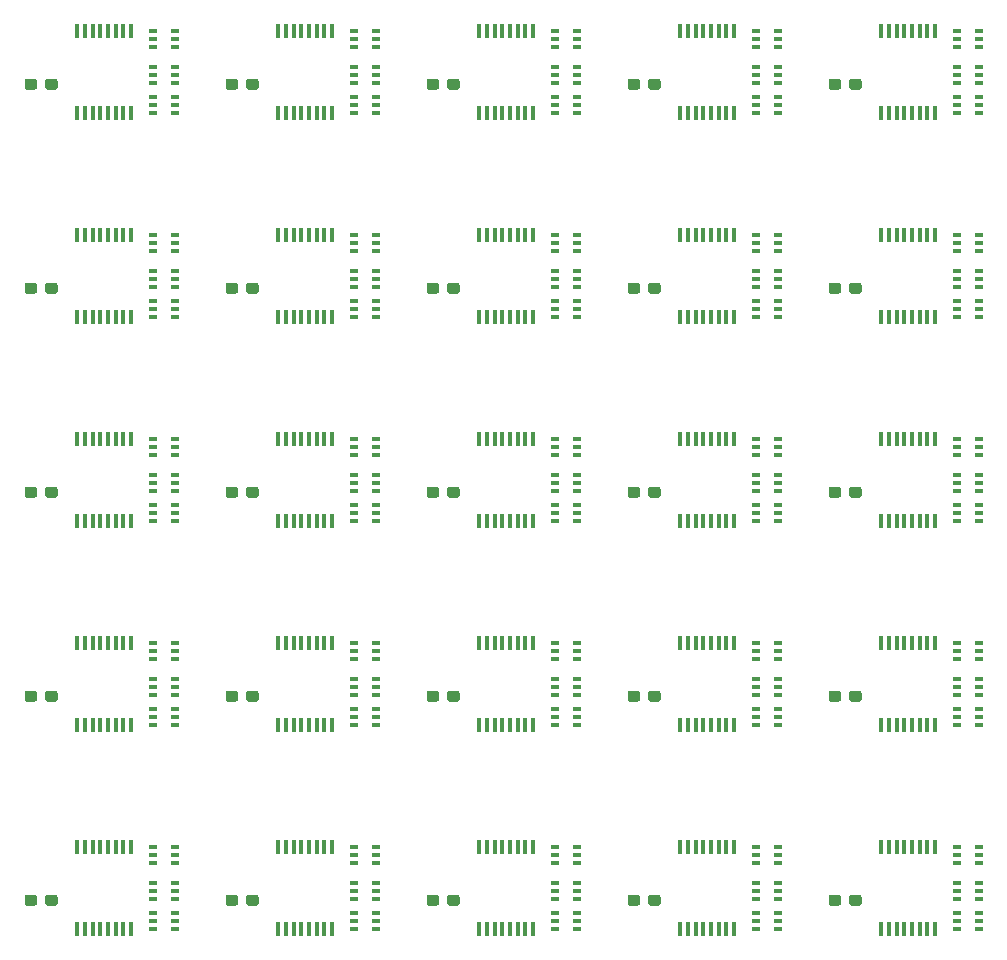
<source format=gbp>
G04 #@! TF.GenerationSoftware,KiCad,Pcbnew,5.1.0*
G04 #@! TF.CreationDate,2019-09-19T00:51:00+09:00*
G04 #@! TF.ProjectId,panelized_key,70616e65-6c69-47a6-9564-5f6b65792e6b,rev?*
G04 #@! TF.SameCoordinates,Original*
G04 #@! TF.FileFunction,Paste,Bot*
G04 #@! TF.FilePolarity,Positive*
%FSLAX46Y46*%
G04 Gerber Fmt 4.6, Leading zero omitted, Abs format (unit mm)*
G04 Created by KiCad (PCBNEW 5.1.0) date 2019-09-19 00:51:00*
%MOMM*%
%LPD*%
G04 APERTURE LIST*
%ADD10R,0.400000X1.300000*%
%ADD11R,0.650000X0.400000*%
%ADD12C,0.100000*%
%ADD13C,0.950000*%
G04 APERTURE END LIST*
D10*
X68845000Y-87178000D03*
X69495000Y-87178000D03*
X70145000Y-87178000D03*
X70795000Y-87178000D03*
X71445000Y-87178000D03*
X72095000Y-87178000D03*
X72745000Y-87178000D03*
X73395000Y-87178000D03*
X73395000Y-94178000D03*
X72745000Y-94178000D03*
X72095000Y-94178000D03*
X71445000Y-94178000D03*
X70795000Y-94178000D03*
X70145000Y-94178000D03*
X69495000Y-94178000D03*
X68845000Y-94178000D03*
D11*
X41214000Y-94122000D03*
X41214000Y-92822000D03*
X43114000Y-93472000D03*
X41214000Y-93472000D03*
X43114000Y-92822000D03*
X43114000Y-94122000D03*
X26096000Y-88534000D03*
X26096000Y-87234000D03*
X24196000Y-87884000D03*
X26096000Y-87884000D03*
X24196000Y-87234000D03*
X24196000Y-88534000D03*
X60132000Y-90282000D03*
X60132000Y-91582000D03*
X58232000Y-90932000D03*
X60132000Y-90932000D03*
X58232000Y-91582000D03*
X58232000Y-90282000D03*
X58232000Y-94122000D03*
X58232000Y-92822000D03*
X60132000Y-93472000D03*
X58232000Y-93472000D03*
X60132000Y-92822000D03*
X60132000Y-94122000D03*
D10*
X51827000Y-87178000D03*
X52477000Y-87178000D03*
X53127000Y-87178000D03*
X53777000Y-87178000D03*
X54427000Y-87178000D03*
X55077000Y-87178000D03*
X55727000Y-87178000D03*
X56377000Y-87178000D03*
X56377000Y-94178000D03*
X55727000Y-94178000D03*
X55077000Y-94178000D03*
X54427000Y-94178000D03*
X53777000Y-94178000D03*
X53127000Y-94178000D03*
X52477000Y-94178000D03*
X51827000Y-94178000D03*
D12*
G36*
X48203779Y-91220144D02*
G01*
X48226834Y-91223563D01*
X48249443Y-91229227D01*
X48271387Y-91237079D01*
X48292457Y-91247044D01*
X48312448Y-91259026D01*
X48331168Y-91272910D01*
X48348438Y-91288562D01*
X48364090Y-91305832D01*
X48377974Y-91324552D01*
X48389956Y-91344543D01*
X48399921Y-91365613D01*
X48407773Y-91387557D01*
X48413437Y-91410166D01*
X48416856Y-91433221D01*
X48418000Y-91456500D01*
X48418000Y-91931500D01*
X48416856Y-91954779D01*
X48413437Y-91977834D01*
X48407773Y-92000443D01*
X48399921Y-92022387D01*
X48389956Y-92043457D01*
X48377974Y-92063448D01*
X48364090Y-92082168D01*
X48348438Y-92099438D01*
X48331168Y-92115090D01*
X48312448Y-92128974D01*
X48292457Y-92140956D01*
X48271387Y-92150921D01*
X48249443Y-92158773D01*
X48226834Y-92164437D01*
X48203779Y-92167856D01*
X48180500Y-92169000D01*
X47605500Y-92169000D01*
X47582221Y-92167856D01*
X47559166Y-92164437D01*
X47536557Y-92158773D01*
X47514613Y-92150921D01*
X47493543Y-92140956D01*
X47473552Y-92128974D01*
X47454832Y-92115090D01*
X47437562Y-92099438D01*
X47421910Y-92082168D01*
X47408026Y-92063448D01*
X47396044Y-92043457D01*
X47386079Y-92022387D01*
X47378227Y-92000443D01*
X47372563Y-91977834D01*
X47369144Y-91954779D01*
X47368000Y-91931500D01*
X47368000Y-91456500D01*
X47369144Y-91433221D01*
X47372563Y-91410166D01*
X47378227Y-91387557D01*
X47386079Y-91365613D01*
X47396044Y-91344543D01*
X47408026Y-91324552D01*
X47421910Y-91305832D01*
X47437562Y-91288562D01*
X47454832Y-91272910D01*
X47473552Y-91259026D01*
X47493543Y-91247044D01*
X47514613Y-91237079D01*
X47536557Y-91229227D01*
X47559166Y-91223563D01*
X47582221Y-91220144D01*
X47605500Y-91219000D01*
X48180500Y-91219000D01*
X48203779Y-91220144D01*
X48203779Y-91220144D01*
G37*
D13*
X47893000Y-91694000D03*
D12*
G36*
X49953779Y-91220144D02*
G01*
X49976834Y-91223563D01*
X49999443Y-91229227D01*
X50021387Y-91237079D01*
X50042457Y-91247044D01*
X50062448Y-91259026D01*
X50081168Y-91272910D01*
X50098438Y-91288562D01*
X50114090Y-91305832D01*
X50127974Y-91324552D01*
X50139956Y-91344543D01*
X50149921Y-91365613D01*
X50157773Y-91387557D01*
X50163437Y-91410166D01*
X50166856Y-91433221D01*
X50168000Y-91456500D01*
X50168000Y-91931500D01*
X50166856Y-91954779D01*
X50163437Y-91977834D01*
X50157773Y-92000443D01*
X50149921Y-92022387D01*
X50139956Y-92043457D01*
X50127974Y-92063448D01*
X50114090Y-92082168D01*
X50098438Y-92099438D01*
X50081168Y-92115090D01*
X50062448Y-92128974D01*
X50042457Y-92140956D01*
X50021387Y-92150921D01*
X49999443Y-92158773D01*
X49976834Y-92164437D01*
X49953779Y-92167856D01*
X49930500Y-92169000D01*
X49355500Y-92169000D01*
X49332221Y-92167856D01*
X49309166Y-92164437D01*
X49286557Y-92158773D01*
X49264613Y-92150921D01*
X49243543Y-92140956D01*
X49223552Y-92128974D01*
X49204832Y-92115090D01*
X49187562Y-92099438D01*
X49171910Y-92082168D01*
X49158026Y-92063448D01*
X49146044Y-92043457D01*
X49136079Y-92022387D01*
X49128227Y-92000443D01*
X49122563Y-91977834D01*
X49119144Y-91954779D01*
X49118000Y-91931500D01*
X49118000Y-91456500D01*
X49119144Y-91433221D01*
X49122563Y-91410166D01*
X49128227Y-91387557D01*
X49136079Y-91365613D01*
X49146044Y-91344543D01*
X49158026Y-91324552D01*
X49171910Y-91305832D01*
X49187562Y-91288562D01*
X49204832Y-91272910D01*
X49223552Y-91259026D01*
X49243543Y-91247044D01*
X49264613Y-91237079D01*
X49286557Y-91229227D01*
X49309166Y-91223563D01*
X49332221Y-91220144D01*
X49355500Y-91219000D01*
X49930500Y-91219000D01*
X49953779Y-91220144D01*
X49953779Y-91220144D01*
G37*
D13*
X49643000Y-91694000D03*
D11*
X58232000Y-88534000D03*
X58232000Y-87234000D03*
X60132000Y-87884000D03*
X58232000Y-87884000D03*
X60132000Y-87234000D03*
X60132000Y-88534000D03*
X75250000Y-94122000D03*
X75250000Y-92822000D03*
X77150000Y-93472000D03*
X75250000Y-93472000D03*
X77150000Y-92822000D03*
X77150000Y-94122000D03*
D12*
G36*
X65221779Y-91220144D02*
G01*
X65244834Y-91223563D01*
X65267443Y-91229227D01*
X65289387Y-91237079D01*
X65310457Y-91247044D01*
X65330448Y-91259026D01*
X65349168Y-91272910D01*
X65366438Y-91288562D01*
X65382090Y-91305832D01*
X65395974Y-91324552D01*
X65407956Y-91344543D01*
X65417921Y-91365613D01*
X65425773Y-91387557D01*
X65431437Y-91410166D01*
X65434856Y-91433221D01*
X65436000Y-91456500D01*
X65436000Y-91931500D01*
X65434856Y-91954779D01*
X65431437Y-91977834D01*
X65425773Y-92000443D01*
X65417921Y-92022387D01*
X65407956Y-92043457D01*
X65395974Y-92063448D01*
X65382090Y-92082168D01*
X65366438Y-92099438D01*
X65349168Y-92115090D01*
X65330448Y-92128974D01*
X65310457Y-92140956D01*
X65289387Y-92150921D01*
X65267443Y-92158773D01*
X65244834Y-92164437D01*
X65221779Y-92167856D01*
X65198500Y-92169000D01*
X64623500Y-92169000D01*
X64600221Y-92167856D01*
X64577166Y-92164437D01*
X64554557Y-92158773D01*
X64532613Y-92150921D01*
X64511543Y-92140956D01*
X64491552Y-92128974D01*
X64472832Y-92115090D01*
X64455562Y-92099438D01*
X64439910Y-92082168D01*
X64426026Y-92063448D01*
X64414044Y-92043457D01*
X64404079Y-92022387D01*
X64396227Y-92000443D01*
X64390563Y-91977834D01*
X64387144Y-91954779D01*
X64386000Y-91931500D01*
X64386000Y-91456500D01*
X64387144Y-91433221D01*
X64390563Y-91410166D01*
X64396227Y-91387557D01*
X64404079Y-91365613D01*
X64414044Y-91344543D01*
X64426026Y-91324552D01*
X64439910Y-91305832D01*
X64455562Y-91288562D01*
X64472832Y-91272910D01*
X64491552Y-91259026D01*
X64511543Y-91247044D01*
X64532613Y-91237079D01*
X64554557Y-91229227D01*
X64577166Y-91223563D01*
X64600221Y-91220144D01*
X64623500Y-91219000D01*
X65198500Y-91219000D01*
X65221779Y-91220144D01*
X65221779Y-91220144D01*
G37*
D13*
X64911000Y-91694000D03*
D12*
G36*
X66971779Y-91220144D02*
G01*
X66994834Y-91223563D01*
X67017443Y-91229227D01*
X67039387Y-91237079D01*
X67060457Y-91247044D01*
X67080448Y-91259026D01*
X67099168Y-91272910D01*
X67116438Y-91288562D01*
X67132090Y-91305832D01*
X67145974Y-91324552D01*
X67157956Y-91344543D01*
X67167921Y-91365613D01*
X67175773Y-91387557D01*
X67181437Y-91410166D01*
X67184856Y-91433221D01*
X67186000Y-91456500D01*
X67186000Y-91931500D01*
X67184856Y-91954779D01*
X67181437Y-91977834D01*
X67175773Y-92000443D01*
X67167921Y-92022387D01*
X67157956Y-92043457D01*
X67145974Y-92063448D01*
X67132090Y-92082168D01*
X67116438Y-92099438D01*
X67099168Y-92115090D01*
X67080448Y-92128974D01*
X67060457Y-92140956D01*
X67039387Y-92150921D01*
X67017443Y-92158773D01*
X66994834Y-92164437D01*
X66971779Y-92167856D01*
X66948500Y-92169000D01*
X66373500Y-92169000D01*
X66350221Y-92167856D01*
X66327166Y-92164437D01*
X66304557Y-92158773D01*
X66282613Y-92150921D01*
X66261543Y-92140956D01*
X66241552Y-92128974D01*
X66222832Y-92115090D01*
X66205562Y-92099438D01*
X66189910Y-92082168D01*
X66176026Y-92063448D01*
X66164044Y-92043457D01*
X66154079Y-92022387D01*
X66146227Y-92000443D01*
X66140563Y-91977834D01*
X66137144Y-91954779D01*
X66136000Y-91931500D01*
X66136000Y-91456500D01*
X66137144Y-91433221D01*
X66140563Y-91410166D01*
X66146227Y-91387557D01*
X66154079Y-91365613D01*
X66164044Y-91344543D01*
X66176026Y-91324552D01*
X66189910Y-91305832D01*
X66205562Y-91288562D01*
X66222832Y-91272910D01*
X66241552Y-91259026D01*
X66261543Y-91247044D01*
X66282613Y-91237079D01*
X66304557Y-91229227D01*
X66327166Y-91223563D01*
X66350221Y-91220144D01*
X66373500Y-91219000D01*
X66948500Y-91219000D01*
X66971779Y-91220144D01*
X66971779Y-91220144D01*
G37*
D13*
X66661000Y-91694000D03*
D11*
X77150000Y-90282000D03*
X77150000Y-91582000D03*
X75250000Y-90932000D03*
X77150000Y-90932000D03*
X75250000Y-91582000D03*
X75250000Y-90282000D03*
X75250000Y-88534000D03*
X75250000Y-87234000D03*
X77150000Y-87884000D03*
X75250000Y-87884000D03*
X77150000Y-87234000D03*
X77150000Y-88534000D03*
D10*
X85863000Y-87178000D03*
X86513000Y-87178000D03*
X87163000Y-87178000D03*
X87813000Y-87178000D03*
X88463000Y-87178000D03*
X89113000Y-87178000D03*
X89763000Y-87178000D03*
X90413000Y-87178000D03*
X90413000Y-94178000D03*
X89763000Y-94178000D03*
X89113000Y-94178000D03*
X88463000Y-94178000D03*
X87813000Y-94178000D03*
X87163000Y-94178000D03*
X86513000Y-94178000D03*
X85863000Y-94178000D03*
D11*
X92268000Y-94122000D03*
X92268000Y-92822000D03*
X94168000Y-93472000D03*
X92268000Y-93472000D03*
X94168000Y-92822000D03*
X94168000Y-94122000D03*
D12*
G36*
X31185779Y-91220144D02*
G01*
X31208834Y-91223563D01*
X31231443Y-91229227D01*
X31253387Y-91237079D01*
X31274457Y-91247044D01*
X31294448Y-91259026D01*
X31313168Y-91272910D01*
X31330438Y-91288562D01*
X31346090Y-91305832D01*
X31359974Y-91324552D01*
X31371956Y-91344543D01*
X31381921Y-91365613D01*
X31389773Y-91387557D01*
X31395437Y-91410166D01*
X31398856Y-91433221D01*
X31400000Y-91456500D01*
X31400000Y-91931500D01*
X31398856Y-91954779D01*
X31395437Y-91977834D01*
X31389773Y-92000443D01*
X31381921Y-92022387D01*
X31371956Y-92043457D01*
X31359974Y-92063448D01*
X31346090Y-92082168D01*
X31330438Y-92099438D01*
X31313168Y-92115090D01*
X31294448Y-92128974D01*
X31274457Y-92140956D01*
X31253387Y-92150921D01*
X31231443Y-92158773D01*
X31208834Y-92164437D01*
X31185779Y-92167856D01*
X31162500Y-92169000D01*
X30587500Y-92169000D01*
X30564221Y-92167856D01*
X30541166Y-92164437D01*
X30518557Y-92158773D01*
X30496613Y-92150921D01*
X30475543Y-92140956D01*
X30455552Y-92128974D01*
X30436832Y-92115090D01*
X30419562Y-92099438D01*
X30403910Y-92082168D01*
X30390026Y-92063448D01*
X30378044Y-92043457D01*
X30368079Y-92022387D01*
X30360227Y-92000443D01*
X30354563Y-91977834D01*
X30351144Y-91954779D01*
X30350000Y-91931500D01*
X30350000Y-91456500D01*
X30351144Y-91433221D01*
X30354563Y-91410166D01*
X30360227Y-91387557D01*
X30368079Y-91365613D01*
X30378044Y-91344543D01*
X30390026Y-91324552D01*
X30403910Y-91305832D01*
X30419562Y-91288562D01*
X30436832Y-91272910D01*
X30455552Y-91259026D01*
X30475543Y-91247044D01*
X30496613Y-91237079D01*
X30518557Y-91229227D01*
X30541166Y-91223563D01*
X30564221Y-91220144D01*
X30587500Y-91219000D01*
X31162500Y-91219000D01*
X31185779Y-91220144D01*
X31185779Y-91220144D01*
G37*
D13*
X30875000Y-91694000D03*
D12*
G36*
X32935779Y-91220144D02*
G01*
X32958834Y-91223563D01*
X32981443Y-91229227D01*
X33003387Y-91237079D01*
X33024457Y-91247044D01*
X33044448Y-91259026D01*
X33063168Y-91272910D01*
X33080438Y-91288562D01*
X33096090Y-91305832D01*
X33109974Y-91324552D01*
X33121956Y-91344543D01*
X33131921Y-91365613D01*
X33139773Y-91387557D01*
X33145437Y-91410166D01*
X33148856Y-91433221D01*
X33150000Y-91456500D01*
X33150000Y-91931500D01*
X33148856Y-91954779D01*
X33145437Y-91977834D01*
X33139773Y-92000443D01*
X33131921Y-92022387D01*
X33121956Y-92043457D01*
X33109974Y-92063448D01*
X33096090Y-92082168D01*
X33080438Y-92099438D01*
X33063168Y-92115090D01*
X33044448Y-92128974D01*
X33024457Y-92140956D01*
X33003387Y-92150921D01*
X32981443Y-92158773D01*
X32958834Y-92164437D01*
X32935779Y-92167856D01*
X32912500Y-92169000D01*
X32337500Y-92169000D01*
X32314221Y-92167856D01*
X32291166Y-92164437D01*
X32268557Y-92158773D01*
X32246613Y-92150921D01*
X32225543Y-92140956D01*
X32205552Y-92128974D01*
X32186832Y-92115090D01*
X32169562Y-92099438D01*
X32153910Y-92082168D01*
X32140026Y-92063448D01*
X32128044Y-92043457D01*
X32118079Y-92022387D01*
X32110227Y-92000443D01*
X32104563Y-91977834D01*
X32101144Y-91954779D01*
X32100000Y-91931500D01*
X32100000Y-91456500D01*
X32101144Y-91433221D01*
X32104563Y-91410166D01*
X32110227Y-91387557D01*
X32118079Y-91365613D01*
X32128044Y-91344543D01*
X32140026Y-91324552D01*
X32153910Y-91305832D01*
X32169562Y-91288562D01*
X32186832Y-91272910D01*
X32205552Y-91259026D01*
X32225543Y-91247044D01*
X32246613Y-91237079D01*
X32268557Y-91229227D01*
X32291166Y-91223563D01*
X32314221Y-91220144D01*
X32337500Y-91219000D01*
X32912500Y-91219000D01*
X32935779Y-91220144D01*
X32935779Y-91220144D01*
G37*
D13*
X32625000Y-91694000D03*
D12*
G36*
X82239779Y-91220144D02*
G01*
X82262834Y-91223563D01*
X82285443Y-91229227D01*
X82307387Y-91237079D01*
X82328457Y-91247044D01*
X82348448Y-91259026D01*
X82367168Y-91272910D01*
X82384438Y-91288562D01*
X82400090Y-91305832D01*
X82413974Y-91324552D01*
X82425956Y-91344543D01*
X82435921Y-91365613D01*
X82443773Y-91387557D01*
X82449437Y-91410166D01*
X82452856Y-91433221D01*
X82454000Y-91456500D01*
X82454000Y-91931500D01*
X82452856Y-91954779D01*
X82449437Y-91977834D01*
X82443773Y-92000443D01*
X82435921Y-92022387D01*
X82425956Y-92043457D01*
X82413974Y-92063448D01*
X82400090Y-92082168D01*
X82384438Y-92099438D01*
X82367168Y-92115090D01*
X82348448Y-92128974D01*
X82328457Y-92140956D01*
X82307387Y-92150921D01*
X82285443Y-92158773D01*
X82262834Y-92164437D01*
X82239779Y-92167856D01*
X82216500Y-92169000D01*
X81641500Y-92169000D01*
X81618221Y-92167856D01*
X81595166Y-92164437D01*
X81572557Y-92158773D01*
X81550613Y-92150921D01*
X81529543Y-92140956D01*
X81509552Y-92128974D01*
X81490832Y-92115090D01*
X81473562Y-92099438D01*
X81457910Y-92082168D01*
X81444026Y-92063448D01*
X81432044Y-92043457D01*
X81422079Y-92022387D01*
X81414227Y-92000443D01*
X81408563Y-91977834D01*
X81405144Y-91954779D01*
X81404000Y-91931500D01*
X81404000Y-91456500D01*
X81405144Y-91433221D01*
X81408563Y-91410166D01*
X81414227Y-91387557D01*
X81422079Y-91365613D01*
X81432044Y-91344543D01*
X81444026Y-91324552D01*
X81457910Y-91305832D01*
X81473562Y-91288562D01*
X81490832Y-91272910D01*
X81509552Y-91259026D01*
X81529543Y-91247044D01*
X81550613Y-91237079D01*
X81572557Y-91229227D01*
X81595166Y-91223563D01*
X81618221Y-91220144D01*
X81641500Y-91219000D01*
X82216500Y-91219000D01*
X82239779Y-91220144D01*
X82239779Y-91220144D01*
G37*
D13*
X81929000Y-91694000D03*
D12*
G36*
X83989779Y-91220144D02*
G01*
X84012834Y-91223563D01*
X84035443Y-91229227D01*
X84057387Y-91237079D01*
X84078457Y-91247044D01*
X84098448Y-91259026D01*
X84117168Y-91272910D01*
X84134438Y-91288562D01*
X84150090Y-91305832D01*
X84163974Y-91324552D01*
X84175956Y-91344543D01*
X84185921Y-91365613D01*
X84193773Y-91387557D01*
X84199437Y-91410166D01*
X84202856Y-91433221D01*
X84204000Y-91456500D01*
X84204000Y-91931500D01*
X84202856Y-91954779D01*
X84199437Y-91977834D01*
X84193773Y-92000443D01*
X84185921Y-92022387D01*
X84175956Y-92043457D01*
X84163974Y-92063448D01*
X84150090Y-92082168D01*
X84134438Y-92099438D01*
X84117168Y-92115090D01*
X84098448Y-92128974D01*
X84078457Y-92140956D01*
X84057387Y-92150921D01*
X84035443Y-92158773D01*
X84012834Y-92164437D01*
X83989779Y-92167856D01*
X83966500Y-92169000D01*
X83391500Y-92169000D01*
X83368221Y-92167856D01*
X83345166Y-92164437D01*
X83322557Y-92158773D01*
X83300613Y-92150921D01*
X83279543Y-92140956D01*
X83259552Y-92128974D01*
X83240832Y-92115090D01*
X83223562Y-92099438D01*
X83207910Y-92082168D01*
X83194026Y-92063448D01*
X83182044Y-92043457D01*
X83172079Y-92022387D01*
X83164227Y-92000443D01*
X83158563Y-91977834D01*
X83155144Y-91954779D01*
X83154000Y-91931500D01*
X83154000Y-91456500D01*
X83155144Y-91433221D01*
X83158563Y-91410166D01*
X83164227Y-91387557D01*
X83172079Y-91365613D01*
X83182044Y-91344543D01*
X83194026Y-91324552D01*
X83207910Y-91305832D01*
X83223562Y-91288562D01*
X83240832Y-91272910D01*
X83259552Y-91259026D01*
X83279543Y-91247044D01*
X83300613Y-91237079D01*
X83322557Y-91229227D01*
X83345166Y-91223563D01*
X83368221Y-91220144D01*
X83391500Y-91219000D01*
X83966500Y-91219000D01*
X83989779Y-91220144D01*
X83989779Y-91220144D01*
G37*
D13*
X83679000Y-91694000D03*
D11*
X92268000Y-88534000D03*
X92268000Y-87234000D03*
X94168000Y-87884000D03*
X92268000Y-87884000D03*
X94168000Y-87234000D03*
X94168000Y-88534000D03*
X43114000Y-90282000D03*
X43114000Y-91582000D03*
X41214000Y-90932000D03*
X43114000Y-90932000D03*
X41214000Y-91582000D03*
X41214000Y-90282000D03*
X94168000Y-90282000D03*
X94168000Y-91582000D03*
X92268000Y-90932000D03*
X94168000Y-90932000D03*
X92268000Y-91582000D03*
X92268000Y-90282000D03*
X24196000Y-90282000D03*
X24196000Y-91582000D03*
X26096000Y-90932000D03*
X24196000Y-90932000D03*
X26096000Y-91582000D03*
X26096000Y-90282000D03*
D12*
G36*
X15917779Y-91220144D02*
G01*
X15940834Y-91223563D01*
X15963443Y-91229227D01*
X15985387Y-91237079D01*
X16006457Y-91247044D01*
X16026448Y-91259026D01*
X16045168Y-91272910D01*
X16062438Y-91288562D01*
X16078090Y-91305832D01*
X16091974Y-91324552D01*
X16103956Y-91344543D01*
X16113921Y-91365613D01*
X16121773Y-91387557D01*
X16127437Y-91410166D01*
X16130856Y-91433221D01*
X16132000Y-91456500D01*
X16132000Y-91931500D01*
X16130856Y-91954779D01*
X16127437Y-91977834D01*
X16121773Y-92000443D01*
X16113921Y-92022387D01*
X16103956Y-92043457D01*
X16091974Y-92063448D01*
X16078090Y-92082168D01*
X16062438Y-92099438D01*
X16045168Y-92115090D01*
X16026448Y-92128974D01*
X16006457Y-92140956D01*
X15985387Y-92150921D01*
X15963443Y-92158773D01*
X15940834Y-92164437D01*
X15917779Y-92167856D01*
X15894500Y-92169000D01*
X15319500Y-92169000D01*
X15296221Y-92167856D01*
X15273166Y-92164437D01*
X15250557Y-92158773D01*
X15228613Y-92150921D01*
X15207543Y-92140956D01*
X15187552Y-92128974D01*
X15168832Y-92115090D01*
X15151562Y-92099438D01*
X15135910Y-92082168D01*
X15122026Y-92063448D01*
X15110044Y-92043457D01*
X15100079Y-92022387D01*
X15092227Y-92000443D01*
X15086563Y-91977834D01*
X15083144Y-91954779D01*
X15082000Y-91931500D01*
X15082000Y-91456500D01*
X15083144Y-91433221D01*
X15086563Y-91410166D01*
X15092227Y-91387557D01*
X15100079Y-91365613D01*
X15110044Y-91344543D01*
X15122026Y-91324552D01*
X15135910Y-91305832D01*
X15151562Y-91288562D01*
X15168832Y-91272910D01*
X15187552Y-91259026D01*
X15207543Y-91247044D01*
X15228613Y-91237079D01*
X15250557Y-91229227D01*
X15273166Y-91223563D01*
X15296221Y-91220144D01*
X15319500Y-91219000D01*
X15894500Y-91219000D01*
X15917779Y-91220144D01*
X15917779Y-91220144D01*
G37*
D13*
X15607000Y-91694000D03*
D12*
G36*
X14167779Y-91220144D02*
G01*
X14190834Y-91223563D01*
X14213443Y-91229227D01*
X14235387Y-91237079D01*
X14256457Y-91247044D01*
X14276448Y-91259026D01*
X14295168Y-91272910D01*
X14312438Y-91288562D01*
X14328090Y-91305832D01*
X14341974Y-91324552D01*
X14353956Y-91344543D01*
X14363921Y-91365613D01*
X14371773Y-91387557D01*
X14377437Y-91410166D01*
X14380856Y-91433221D01*
X14382000Y-91456500D01*
X14382000Y-91931500D01*
X14380856Y-91954779D01*
X14377437Y-91977834D01*
X14371773Y-92000443D01*
X14363921Y-92022387D01*
X14353956Y-92043457D01*
X14341974Y-92063448D01*
X14328090Y-92082168D01*
X14312438Y-92099438D01*
X14295168Y-92115090D01*
X14276448Y-92128974D01*
X14256457Y-92140956D01*
X14235387Y-92150921D01*
X14213443Y-92158773D01*
X14190834Y-92164437D01*
X14167779Y-92167856D01*
X14144500Y-92169000D01*
X13569500Y-92169000D01*
X13546221Y-92167856D01*
X13523166Y-92164437D01*
X13500557Y-92158773D01*
X13478613Y-92150921D01*
X13457543Y-92140956D01*
X13437552Y-92128974D01*
X13418832Y-92115090D01*
X13401562Y-92099438D01*
X13385910Y-92082168D01*
X13372026Y-92063448D01*
X13360044Y-92043457D01*
X13350079Y-92022387D01*
X13342227Y-92000443D01*
X13336563Y-91977834D01*
X13333144Y-91954779D01*
X13332000Y-91931500D01*
X13332000Y-91456500D01*
X13333144Y-91433221D01*
X13336563Y-91410166D01*
X13342227Y-91387557D01*
X13350079Y-91365613D01*
X13360044Y-91344543D01*
X13372026Y-91324552D01*
X13385910Y-91305832D01*
X13401562Y-91288562D01*
X13418832Y-91272910D01*
X13437552Y-91259026D01*
X13457543Y-91247044D01*
X13478613Y-91237079D01*
X13500557Y-91229227D01*
X13523166Y-91223563D01*
X13546221Y-91220144D01*
X13569500Y-91219000D01*
X14144500Y-91219000D01*
X14167779Y-91220144D01*
X14167779Y-91220144D01*
G37*
D13*
X13857000Y-91694000D03*
D11*
X26096000Y-94122000D03*
X26096000Y-92822000D03*
X24196000Y-93472000D03*
X26096000Y-93472000D03*
X24196000Y-92822000D03*
X24196000Y-94122000D03*
X41214000Y-88534000D03*
X41214000Y-87234000D03*
X43114000Y-87884000D03*
X41214000Y-87884000D03*
X43114000Y-87234000D03*
X43114000Y-88534000D03*
D10*
X17791000Y-94178000D03*
X18441000Y-94178000D03*
X19091000Y-94178000D03*
X19741000Y-94178000D03*
X20391000Y-94178000D03*
X21041000Y-94178000D03*
X21691000Y-94178000D03*
X22341000Y-94178000D03*
X22341000Y-87178000D03*
X21691000Y-87178000D03*
X21041000Y-87178000D03*
X20391000Y-87178000D03*
X19741000Y-87178000D03*
X19091000Y-87178000D03*
X18441000Y-87178000D03*
X17791000Y-87178000D03*
X34809000Y-87178000D03*
X35459000Y-87178000D03*
X36109000Y-87178000D03*
X36759000Y-87178000D03*
X37409000Y-87178000D03*
X38059000Y-87178000D03*
X38709000Y-87178000D03*
X39359000Y-87178000D03*
X39359000Y-94178000D03*
X38709000Y-94178000D03*
X38059000Y-94178000D03*
X37409000Y-94178000D03*
X36759000Y-94178000D03*
X36109000Y-94178000D03*
X35459000Y-94178000D03*
X34809000Y-94178000D03*
X68845000Y-69906000D03*
X69495000Y-69906000D03*
X70145000Y-69906000D03*
X70795000Y-69906000D03*
X71445000Y-69906000D03*
X72095000Y-69906000D03*
X72745000Y-69906000D03*
X73395000Y-69906000D03*
X73395000Y-76906000D03*
X72745000Y-76906000D03*
X72095000Y-76906000D03*
X71445000Y-76906000D03*
X70795000Y-76906000D03*
X70145000Y-76906000D03*
X69495000Y-76906000D03*
X68845000Y-76906000D03*
D11*
X41214000Y-76850000D03*
X41214000Y-75550000D03*
X43114000Y-76200000D03*
X41214000Y-76200000D03*
X43114000Y-75550000D03*
X43114000Y-76850000D03*
X26096000Y-71262000D03*
X26096000Y-69962000D03*
X24196000Y-70612000D03*
X26096000Y-70612000D03*
X24196000Y-69962000D03*
X24196000Y-71262000D03*
X60132000Y-73010000D03*
X60132000Y-74310000D03*
X58232000Y-73660000D03*
X60132000Y-73660000D03*
X58232000Y-74310000D03*
X58232000Y-73010000D03*
X58232000Y-76850000D03*
X58232000Y-75550000D03*
X60132000Y-76200000D03*
X58232000Y-76200000D03*
X60132000Y-75550000D03*
X60132000Y-76850000D03*
D10*
X51827000Y-69906000D03*
X52477000Y-69906000D03*
X53127000Y-69906000D03*
X53777000Y-69906000D03*
X54427000Y-69906000D03*
X55077000Y-69906000D03*
X55727000Y-69906000D03*
X56377000Y-69906000D03*
X56377000Y-76906000D03*
X55727000Y-76906000D03*
X55077000Y-76906000D03*
X54427000Y-76906000D03*
X53777000Y-76906000D03*
X53127000Y-76906000D03*
X52477000Y-76906000D03*
X51827000Y-76906000D03*
D12*
G36*
X48203779Y-73948144D02*
G01*
X48226834Y-73951563D01*
X48249443Y-73957227D01*
X48271387Y-73965079D01*
X48292457Y-73975044D01*
X48312448Y-73987026D01*
X48331168Y-74000910D01*
X48348438Y-74016562D01*
X48364090Y-74033832D01*
X48377974Y-74052552D01*
X48389956Y-74072543D01*
X48399921Y-74093613D01*
X48407773Y-74115557D01*
X48413437Y-74138166D01*
X48416856Y-74161221D01*
X48418000Y-74184500D01*
X48418000Y-74659500D01*
X48416856Y-74682779D01*
X48413437Y-74705834D01*
X48407773Y-74728443D01*
X48399921Y-74750387D01*
X48389956Y-74771457D01*
X48377974Y-74791448D01*
X48364090Y-74810168D01*
X48348438Y-74827438D01*
X48331168Y-74843090D01*
X48312448Y-74856974D01*
X48292457Y-74868956D01*
X48271387Y-74878921D01*
X48249443Y-74886773D01*
X48226834Y-74892437D01*
X48203779Y-74895856D01*
X48180500Y-74897000D01*
X47605500Y-74897000D01*
X47582221Y-74895856D01*
X47559166Y-74892437D01*
X47536557Y-74886773D01*
X47514613Y-74878921D01*
X47493543Y-74868956D01*
X47473552Y-74856974D01*
X47454832Y-74843090D01*
X47437562Y-74827438D01*
X47421910Y-74810168D01*
X47408026Y-74791448D01*
X47396044Y-74771457D01*
X47386079Y-74750387D01*
X47378227Y-74728443D01*
X47372563Y-74705834D01*
X47369144Y-74682779D01*
X47368000Y-74659500D01*
X47368000Y-74184500D01*
X47369144Y-74161221D01*
X47372563Y-74138166D01*
X47378227Y-74115557D01*
X47386079Y-74093613D01*
X47396044Y-74072543D01*
X47408026Y-74052552D01*
X47421910Y-74033832D01*
X47437562Y-74016562D01*
X47454832Y-74000910D01*
X47473552Y-73987026D01*
X47493543Y-73975044D01*
X47514613Y-73965079D01*
X47536557Y-73957227D01*
X47559166Y-73951563D01*
X47582221Y-73948144D01*
X47605500Y-73947000D01*
X48180500Y-73947000D01*
X48203779Y-73948144D01*
X48203779Y-73948144D01*
G37*
D13*
X47893000Y-74422000D03*
D12*
G36*
X49953779Y-73948144D02*
G01*
X49976834Y-73951563D01*
X49999443Y-73957227D01*
X50021387Y-73965079D01*
X50042457Y-73975044D01*
X50062448Y-73987026D01*
X50081168Y-74000910D01*
X50098438Y-74016562D01*
X50114090Y-74033832D01*
X50127974Y-74052552D01*
X50139956Y-74072543D01*
X50149921Y-74093613D01*
X50157773Y-74115557D01*
X50163437Y-74138166D01*
X50166856Y-74161221D01*
X50168000Y-74184500D01*
X50168000Y-74659500D01*
X50166856Y-74682779D01*
X50163437Y-74705834D01*
X50157773Y-74728443D01*
X50149921Y-74750387D01*
X50139956Y-74771457D01*
X50127974Y-74791448D01*
X50114090Y-74810168D01*
X50098438Y-74827438D01*
X50081168Y-74843090D01*
X50062448Y-74856974D01*
X50042457Y-74868956D01*
X50021387Y-74878921D01*
X49999443Y-74886773D01*
X49976834Y-74892437D01*
X49953779Y-74895856D01*
X49930500Y-74897000D01*
X49355500Y-74897000D01*
X49332221Y-74895856D01*
X49309166Y-74892437D01*
X49286557Y-74886773D01*
X49264613Y-74878921D01*
X49243543Y-74868956D01*
X49223552Y-74856974D01*
X49204832Y-74843090D01*
X49187562Y-74827438D01*
X49171910Y-74810168D01*
X49158026Y-74791448D01*
X49146044Y-74771457D01*
X49136079Y-74750387D01*
X49128227Y-74728443D01*
X49122563Y-74705834D01*
X49119144Y-74682779D01*
X49118000Y-74659500D01*
X49118000Y-74184500D01*
X49119144Y-74161221D01*
X49122563Y-74138166D01*
X49128227Y-74115557D01*
X49136079Y-74093613D01*
X49146044Y-74072543D01*
X49158026Y-74052552D01*
X49171910Y-74033832D01*
X49187562Y-74016562D01*
X49204832Y-74000910D01*
X49223552Y-73987026D01*
X49243543Y-73975044D01*
X49264613Y-73965079D01*
X49286557Y-73957227D01*
X49309166Y-73951563D01*
X49332221Y-73948144D01*
X49355500Y-73947000D01*
X49930500Y-73947000D01*
X49953779Y-73948144D01*
X49953779Y-73948144D01*
G37*
D13*
X49643000Y-74422000D03*
D11*
X58232000Y-71262000D03*
X58232000Y-69962000D03*
X60132000Y-70612000D03*
X58232000Y-70612000D03*
X60132000Y-69962000D03*
X60132000Y-71262000D03*
X75250000Y-76850000D03*
X75250000Y-75550000D03*
X77150000Y-76200000D03*
X75250000Y-76200000D03*
X77150000Y-75550000D03*
X77150000Y-76850000D03*
D12*
G36*
X65221779Y-73948144D02*
G01*
X65244834Y-73951563D01*
X65267443Y-73957227D01*
X65289387Y-73965079D01*
X65310457Y-73975044D01*
X65330448Y-73987026D01*
X65349168Y-74000910D01*
X65366438Y-74016562D01*
X65382090Y-74033832D01*
X65395974Y-74052552D01*
X65407956Y-74072543D01*
X65417921Y-74093613D01*
X65425773Y-74115557D01*
X65431437Y-74138166D01*
X65434856Y-74161221D01*
X65436000Y-74184500D01*
X65436000Y-74659500D01*
X65434856Y-74682779D01*
X65431437Y-74705834D01*
X65425773Y-74728443D01*
X65417921Y-74750387D01*
X65407956Y-74771457D01*
X65395974Y-74791448D01*
X65382090Y-74810168D01*
X65366438Y-74827438D01*
X65349168Y-74843090D01*
X65330448Y-74856974D01*
X65310457Y-74868956D01*
X65289387Y-74878921D01*
X65267443Y-74886773D01*
X65244834Y-74892437D01*
X65221779Y-74895856D01*
X65198500Y-74897000D01*
X64623500Y-74897000D01*
X64600221Y-74895856D01*
X64577166Y-74892437D01*
X64554557Y-74886773D01*
X64532613Y-74878921D01*
X64511543Y-74868956D01*
X64491552Y-74856974D01*
X64472832Y-74843090D01*
X64455562Y-74827438D01*
X64439910Y-74810168D01*
X64426026Y-74791448D01*
X64414044Y-74771457D01*
X64404079Y-74750387D01*
X64396227Y-74728443D01*
X64390563Y-74705834D01*
X64387144Y-74682779D01*
X64386000Y-74659500D01*
X64386000Y-74184500D01*
X64387144Y-74161221D01*
X64390563Y-74138166D01*
X64396227Y-74115557D01*
X64404079Y-74093613D01*
X64414044Y-74072543D01*
X64426026Y-74052552D01*
X64439910Y-74033832D01*
X64455562Y-74016562D01*
X64472832Y-74000910D01*
X64491552Y-73987026D01*
X64511543Y-73975044D01*
X64532613Y-73965079D01*
X64554557Y-73957227D01*
X64577166Y-73951563D01*
X64600221Y-73948144D01*
X64623500Y-73947000D01*
X65198500Y-73947000D01*
X65221779Y-73948144D01*
X65221779Y-73948144D01*
G37*
D13*
X64911000Y-74422000D03*
D12*
G36*
X66971779Y-73948144D02*
G01*
X66994834Y-73951563D01*
X67017443Y-73957227D01*
X67039387Y-73965079D01*
X67060457Y-73975044D01*
X67080448Y-73987026D01*
X67099168Y-74000910D01*
X67116438Y-74016562D01*
X67132090Y-74033832D01*
X67145974Y-74052552D01*
X67157956Y-74072543D01*
X67167921Y-74093613D01*
X67175773Y-74115557D01*
X67181437Y-74138166D01*
X67184856Y-74161221D01*
X67186000Y-74184500D01*
X67186000Y-74659500D01*
X67184856Y-74682779D01*
X67181437Y-74705834D01*
X67175773Y-74728443D01*
X67167921Y-74750387D01*
X67157956Y-74771457D01*
X67145974Y-74791448D01*
X67132090Y-74810168D01*
X67116438Y-74827438D01*
X67099168Y-74843090D01*
X67080448Y-74856974D01*
X67060457Y-74868956D01*
X67039387Y-74878921D01*
X67017443Y-74886773D01*
X66994834Y-74892437D01*
X66971779Y-74895856D01*
X66948500Y-74897000D01*
X66373500Y-74897000D01*
X66350221Y-74895856D01*
X66327166Y-74892437D01*
X66304557Y-74886773D01*
X66282613Y-74878921D01*
X66261543Y-74868956D01*
X66241552Y-74856974D01*
X66222832Y-74843090D01*
X66205562Y-74827438D01*
X66189910Y-74810168D01*
X66176026Y-74791448D01*
X66164044Y-74771457D01*
X66154079Y-74750387D01*
X66146227Y-74728443D01*
X66140563Y-74705834D01*
X66137144Y-74682779D01*
X66136000Y-74659500D01*
X66136000Y-74184500D01*
X66137144Y-74161221D01*
X66140563Y-74138166D01*
X66146227Y-74115557D01*
X66154079Y-74093613D01*
X66164044Y-74072543D01*
X66176026Y-74052552D01*
X66189910Y-74033832D01*
X66205562Y-74016562D01*
X66222832Y-74000910D01*
X66241552Y-73987026D01*
X66261543Y-73975044D01*
X66282613Y-73965079D01*
X66304557Y-73957227D01*
X66327166Y-73951563D01*
X66350221Y-73948144D01*
X66373500Y-73947000D01*
X66948500Y-73947000D01*
X66971779Y-73948144D01*
X66971779Y-73948144D01*
G37*
D13*
X66661000Y-74422000D03*
D11*
X77150000Y-73010000D03*
X77150000Y-74310000D03*
X75250000Y-73660000D03*
X77150000Y-73660000D03*
X75250000Y-74310000D03*
X75250000Y-73010000D03*
X75250000Y-71262000D03*
X75250000Y-69962000D03*
X77150000Y-70612000D03*
X75250000Y-70612000D03*
X77150000Y-69962000D03*
X77150000Y-71262000D03*
D10*
X85863000Y-69906000D03*
X86513000Y-69906000D03*
X87163000Y-69906000D03*
X87813000Y-69906000D03*
X88463000Y-69906000D03*
X89113000Y-69906000D03*
X89763000Y-69906000D03*
X90413000Y-69906000D03*
X90413000Y-76906000D03*
X89763000Y-76906000D03*
X89113000Y-76906000D03*
X88463000Y-76906000D03*
X87813000Y-76906000D03*
X87163000Y-76906000D03*
X86513000Y-76906000D03*
X85863000Y-76906000D03*
D11*
X92268000Y-76850000D03*
X92268000Y-75550000D03*
X94168000Y-76200000D03*
X92268000Y-76200000D03*
X94168000Y-75550000D03*
X94168000Y-76850000D03*
D12*
G36*
X31185779Y-73948144D02*
G01*
X31208834Y-73951563D01*
X31231443Y-73957227D01*
X31253387Y-73965079D01*
X31274457Y-73975044D01*
X31294448Y-73987026D01*
X31313168Y-74000910D01*
X31330438Y-74016562D01*
X31346090Y-74033832D01*
X31359974Y-74052552D01*
X31371956Y-74072543D01*
X31381921Y-74093613D01*
X31389773Y-74115557D01*
X31395437Y-74138166D01*
X31398856Y-74161221D01*
X31400000Y-74184500D01*
X31400000Y-74659500D01*
X31398856Y-74682779D01*
X31395437Y-74705834D01*
X31389773Y-74728443D01*
X31381921Y-74750387D01*
X31371956Y-74771457D01*
X31359974Y-74791448D01*
X31346090Y-74810168D01*
X31330438Y-74827438D01*
X31313168Y-74843090D01*
X31294448Y-74856974D01*
X31274457Y-74868956D01*
X31253387Y-74878921D01*
X31231443Y-74886773D01*
X31208834Y-74892437D01*
X31185779Y-74895856D01*
X31162500Y-74897000D01*
X30587500Y-74897000D01*
X30564221Y-74895856D01*
X30541166Y-74892437D01*
X30518557Y-74886773D01*
X30496613Y-74878921D01*
X30475543Y-74868956D01*
X30455552Y-74856974D01*
X30436832Y-74843090D01*
X30419562Y-74827438D01*
X30403910Y-74810168D01*
X30390026Y-74791448D01*
X30378044Y-74771457D01*
X30368079Y-74750387D01*
X30360227Y-74728443D01*
X30354563Y-74705834D01*
X30351144Y-74682779D01*
X30350000Y-74659500D01*
X30350000Y-74184500D01*
X30351144Y-74161221D01*
X30354563Y-74138166D01*
X30360227Y-74115557D01*
X30368079Y-74093613D01*
X30378044Y-74072543D01*
X30390026Y-74052552D01*
X30403910Y-74033832D01*
X30419562Y-74016562D01*
X30436832Y-74000910D01*
X30455552Y-73987026D01*
X30475543Y-73975044D01*
X30496613Y-73965079D01*
X30518557Y-73957227D01*
X30541166Y-73951563D01*
X30564221Y-73948144D01*
X30587500Y-73947000D01*
X31162500Y-73947000D01*
X31185779Y-73948144D01*
X31185779Y-73948144D01*
G37*
D13*
X30875000Y-74422000D03*
D12*
G36*
X32935779Y-73948144D02*
G01*
X32958834Y-73951563D01*
X32981443Y-73957227D01*
X33003387Y-73965079D01*
X33024457Y-73975044D01*
X33044448Y-73987026D01*
X33063168Y-74000910D01*
X33080438Y-74016562D01*
X33096090Y-74033832D01*
X33109974Y-74052552D01*
X33121956Y-74072543D01*
X33131921Y-74093613D01*
X33139773Y-74115557D01*
X33145437Y-74138166D01*
X33148856Y-74161221D01*
X33150000Y-74184500D01*
X33150000Y-74659500D01*
X33148856Y-74682779D01*
X33145437Y-74705834D01*
X33139773Y-74728443D01*
X33131921Y-74750387D01*
X33121956Y-74771457D01*
X33109974Y-74791448D01*
X33096090Y-74810168D01*
X33080438Y-74827438D01*
X33063168Y-74843090D01*
X33044448Y-74856974D01*
X33024457Y-74868956D01*
X33003387Y-74878921D01*
X32981443Y-74886773D01*
X32958834Y-74892437D01*
X32935779Y-74895856D01*
X32912500Y-74897000D01*
X32337500Y-74897000D01*
X32314221Y-74895856D01*
X32291166Y-74892437D01*
X32268557Y-74886773D01*
X32246613Y-74878921D01*
X32225543Y-74868956D01*
X32205552Y-74856974D01*
X32186832Y-74843090D01*
X32169562Y-74827438D01*
X32153910Y-74810168D01*
X32140026Y-74791448D01*
X32128044Y-74771457D01*
X32118079Y-74750387D01*
X32110227Y-74728443D01*
X32104563Y-74705834D01*
X32101144Y-74682779D01*
X32100000Y-74659500D01*
X32100000Y-74184500D01*
X32101144Y-74161221D01*
X32104563Y-74138166D01*
X32110227Y-74115557D01*
X32118079Y-74093613D01*
X32128044Y-74072543D01*
X32140026Y-74052552D01*
X32153910Y-74033832D01*
X32169562Y-74016562D01*
X32186832Y-74000910D01*
X32205552Y-73987026D01*
X32225543Y-73975044D01*
X32246613Y-73965079D01*
X32268557Y-73957227D01*
X32291166Y-73951563D01*
X32314221Y-73948144D01*
X32337500Y-73947000D01*
X32912500Y-73947000D01*
X32935779Y-73948144D01*
X32935779Y-73948144D01*
G37*
D13*
X32625000Y-74422000D03*
D12*
G36*
X82239779Y-73948144D02*
G01*
X82262834Y-73951563D01*
X82285443Y-73957227D01*
X82307387Y-73965079D01*
X82328457Y-73975044D01*
X82348448Y-73987026D01*
X82367168Y-74000910D01*
X82384438Y-74016562D01*
X82400090Y-74033832D01*
X82413974Y-74052552D01*
X82425956Y-74072543D01*
X82435921Y-74093613D01*
X82443773Y-74115557D01*
X82449437Y-74138166D01*
X82452856Y-74161221D01*
X82454000Y-74184500D01*
X82454000Y-74659500D01*
X82452856Y-74682779D01*
X82449437Y-74705834D01*
X82443773Y-74728443D01*
X82435921Y-74750387D01*
X82425956Y-74771457D01*
X82413974Y-74791448D01*
X82400090Y-74810168D01*
X82384438Y-74827438D01*
X82367168Y-74843090D01*
X82348448Y-74856974D01*
X82328457Y-74868956D01*
X82307387Y-74878921D01*
X82285443Y-74886773D01*
X82262834Y-74892437D01*
X82239779Y-74895856D01*
X82216500Y-74897000D01*
X81641500Y-74897000D01*
X81618221Y-74895856D01*
X81595166Y-74892437D01*
X81572557Y-74886773D01*
X81550613Y-74878921D01*
X81529543Y-74868956D01*
X81509552Y-74856974D01*
X81490832Y-74843090D01*
X81473562Y-74827438D01*
X81457910Y-74810168D01*
X81444026Y-74791448D01*
X81432044Y-74771457D01*
X81422079Y-74750387D01*
X81414227Y-74728443D01*
X81408563Y-74705834D01*
X81405144Y-74682779D01*
X81404000Y-74659500D01*
X81404000Y-74184500D01*
X81405144Y-74161221D01*
X81408563Y-74138166D01*
X81414227Y-74115557D01*
X81422079Y-74093613D01*
X81432044Y-74072543D01*
X81444026Y-74052552D01*
X81457910Y-74033832D01*
X81473562Y-74016562D01*
X81490832Y-74000910D01*
X81509552Y-73987026D01*
X81529543Y-73975044D01*
X81550613Y-73965079D01*
X81572557Y-73957227D01*
X81595166Y-73951563D01*
X81618221Y-73948144D01*
X81641500Y-73947000D01*
X82216500Y-73947000D01*
X82239779Y-73948144D01*
X82239779Y-73948144D01*
G37*
D13*
X81929000Y-74422000D03*
D12*
G36*
X83989779Y-73948144D02*
G01*
X84012834Y-73951563D01*
X84035443Y-73957227D01*
X84057387Y-73965079D01*
X84078457Y-73975044D01*
X84098448Y-73987026D01*
X84117168Y-74000910D01*
X84134438Y-74016562D01*
X84150090Y-74033832D01*
X84163974Y-74052552D01*
X84175956Y-74072543D01*
X84185921Y-74093613D01*
X84193773Y-74115557D01*
X84199437Y-74138166D01*
X84202856Y-74161221D01*
X84204000Y-74184500D01*
X84204000Y-74659500D01*
X84202856Y-74682779D01*
X84199437Y-74705834D01*
X84193773Y-74728443D01*
X84185921Y-74750387D01*
X84175956Y-74771457D01*
X84163974Y-74791448D01*
X84150090Y-74810168D01*
X84134438Y-74827438D01*
X84117168Y-74843090D01*
X84098448Y-74856974D01*
X84078457Y-74868956D01*
X84057387Y-74878921D01*
X84035443Y-74886773D01*
X84012834Y-74892437D01*
X83989779Y-74895856D01*
X83966500Y-74897000D01*
X83391500Y-74897000D01*
X83368221Y-74895856D01*
X83345166Y-74892437D01*
X83322557Y-74886773D01*
X83300613Y-74878921D01*
X83279543Y-74868956D01*
X83259552Y-74856974D01*
X83240832Y-74843090D01*
X83223562Y-74827438D01*
X83207910Y-74810168D01*
X83194026Y-74791448D01*
X83182044Y-74771457D01*
X83172079Y-74750387D01*
X83164227Y-74728443D01*
X83158563Y-74705834D01*
X83155144Y-74682779D01*
X83154000Y-74659500D01*
X83154000Y-74184500D01*
X83155144Y-74161221D01*
X83158563Y-74138166D01*
X83164227Y-74115557D01*
X83172079Y-74093613D01*
X83182044Y-74072543D01*
X83194026Y-74052552D01*
X83207910Y-74033832D01*
X83223562Y-74016562D01*
X83240832Y-74000910D01*
X83259552Y-73987026D01*
X83279543Y-73975044D01*
X83300613Y-73965079D01*
X83322557Y-73957227D01*
X83345166Y-73951563D01*
X83368221Y-73948144D01*
X83391500Y-73947000D01*
X83966500Y-73947000D01*
X83989779Y-73948144D01*
X83989779Y-73948144D01*
G37*
D13*
X83679000Y-74422000D03*
D11*
X92268000Y-71262000D03*
X92268000Y-69962000D03*
X94168000Y-70612000D03*
X92268000Y-70612000D03*
X94168000Y-69962000D03*
X94168000Y-71262000D03*
X43114000Y-73010000D03*
X43114000Y-74310000D03*
X41214000Y-73660000D03*
X43114000Y-73660000D03*
X41214000Y-74310000D03*
X41214000Y-73010000D03*
X94168000Y-73010000D03*
X94168000Y-74310000D03*
X92268000Y-73660000D03*
X94168000Y-73660000D03*
X92268000Y-74310000D03*
X92268000Y-73010000D03*
X24196000Y-73010000D03*
X24196000Y-74310000D03*
X26096000Y-73660000D03*
X24196000Y-73660000D03*
X26096000Y-74310000D03*
X26096000Y-73010000D03*
D12*
G36*
X15917779Y-73948144D02*
G01*
X15940834Y-73951563D01*
X15963443Y-73957227D01*
X15985387Y-73965079D01*
X16006457Y-73975044D01*
X16026448Y-73987026D01*
X16045168Y-74000910D01*
X16062438Y-74016562D01*
X16078090Y-74033832D01*
X16091974Y-74052552D01*
X16103956Y-74072543D01*
X16113921Y-74093613D01*
X16121773Y-74115557D01*
X16127437Y-74138166D01*
X16130856Y-74161221D01*
X16132000Y-74184500D01*
X16132000Y-74659500D01*
X16130856Y-74682779D01*
X16127437Y-74705834D01*
X16121773Y-74728443D01*
X16113921Y-74750387D01*
X16103956Y-74771457D01*
X16091974Y-74791448D01*
X16078090Y-74810168D01*
X16062438Y-74827438D01*
X16045168Y-74843090D01*
X16026448Y-74856974D01*
X16006457Y-74868956D01*
X15985387Y-74878921D01*
X15963443Y-74886773D01*
X15940834Y-74892437D01*
X15917779Y-74895856D01*
X15894500Y-74897000D01*
X15319500Y-74897000D01*
X15296221Y-74895856D01*
X15273166Y-74892437D01*
X15250557Y-74886773D01*
X15228613Y-74878921D01*
X15207543Y-74868956D01*
X15187552Y-74856974D01*
X15168832Y-74843090D01*
X15151562Y-74827438D01*
X15135910Y-74810168D01*
X15122026Y-74791448D01*
X15110044Y-74771457D01*
X15100079Y-74750387D01*
X15092227Y-74728443D01*
X15086563Y-74705834D01*
X15083144Y-74682779D01*
X15082000Y-74659500D01*
X15082000Y-74184500D01*
X15083144Y-74161221D01*
X15086563Y-74138166D01*
X15092227Y-74115557D01*
X15100079Y-74093613D01*
X15110044Y-74072543D01*
X15122026Y-74052552D01*
X15135910Y-74033832D01*
X15151562Y-74016562D01*
X15168832Y-74000910D01*
X15187552Y-73987026D01*
X15207543Y-73975044D01*
X15228613Y-73965079D01*
X15250557Y-73957227D01*
X15273166Y-73951563D01*
X15296221Y-73948144D01*
X15319500Y-73947000D01*
X15894500Y-73947000D01*
X15917779Y-73948144D01*
X15917779Y-73948144D01*
G37*
D13*
X15607000Y-74422000D03*
D12*
G36*
X14167779Y-73948144D02*
G01*
X14190834Y-73951563D01*
X14213443Y-73957227D01*
X14235387Y-73965079D01*
X14256457Y-73975044D01*
X14276448Y-73987026D01*
X14295168Y-74000910D01*
X14312438Y-74016562D01*
X14328090Y-74033832D01*
X14341974Y-74052552D01*
X14353956Y-74072543D01*
X14363921Y-74093613D01*
X14371773Y-74115557D01*
X14377437Y-74138166D01*
X14380856Y-74161221D01*
X14382000Y-74184500D01*
X14382000Y-74659500D01*
X14380856Y-74682779D01*
X14377437Y-74705834D01*
X14371773Y-74728443D01*
X14363921Y-74750387D01*
X14353956Y-74771457D01*
X14341974Y-74791448D01*
X14328090Y-74810168D01*
X14312438Y-74827438D01*
X14295168Y-74843090D01*
X14276448Y-74856974D01*
X14256457Y-74868956D01*
X14235387Y-74878921D01*
X14213443Y-74886773D01*
X14190834Y-74892437D01*
X14167779Y-74895856D01*
X14144500Y-74897000D01*
X13569500Y-74897000D01*
X13546221Y-74895856D01*
X13523166Y-74892437D01*
X13500557Y-74886773D01*
X13478613Y-74878921D01*
X13457543Y-74868956D01*
X13437552Y-74856974D01*
X13418832Y-74843090D01*
X13401562Y-74827438D01*
X13385910Y-74810168D01*
X13372026Y-74791448D01*
X13360044Y-74771457D01*
X13350079Y-74750387D01*
X13342227Y-74728443D01*
X13336563Y-74705834D01*
X13333144Y-74682779D01*
X13332000Y-74659500D01*
X13332000Y-74184500D01*
X13333144Y-74161221D01*
X13336563Y-74138166D01*
X13342227Y-74115557D01*
X13350079Y-74093613D01*
X13360044Y-74072543D01*
X13372026Y-74052552D01*
X13385910Y-74033832D01*
X13401562Y-74016562D01*
X13418832Y-74000910D01*
X13437552Y-73987026D01*
X13457543Y-73975044D01*
X13478613Y-73965079D01*
X13500557Y-73957227D01*
X13523166Y-73951563D01*
X13546221Y-73948144D01*
X13569500Y-73947000D01*
X14144500Y-73947000D01*
X14167779Y-73948144D01*
X14167779Y-73948144D01*
G37*
D13*
X13857000Y-74422000D03*
D11*
X26096000Y-76850000D03*
X26096000Y-75550000D03*
X24196000Y-76200000D03*
X26096000Y-76200000D03*
X24196000Y-75550000D03*
X24196000Y-76850000D03*
X41214000Y-71262000D03*
X41214000Y-69962000D03*
X43114000Y-70612000D03*
X41214000Y-70612000D03*
X43114000Y-69962000D03*
X43114000Y-71262000D03*
D10*
X17791000Y-76906000D03*
X18441000Y-76906000D03*
X19091000Y-76906000D03*
X19741000Y-76906000D03*
X20391000Y-76906000D03*
X21041000Y-76906000D03*
X21691000Y-76906000D03*
X22341000Y-76906000D03*
X22341000Y-69906000D03*
X21691000Y-69906000D03*
X21041000Y-69906000D03*
X20391000Y-69906000D03*
X19741000Y-69906000D03*
X19091000Y-69906000D03*
X18441000Y-69906000D03*
X17791000Y-69906000D03*
X34809000Y-69906000D03*
X35459000Y-69906000D03*
X36109000Y-69906000D03*
X36759000Y-69906000D03*
X37409000Y-69906000D03*
X38059000Y-69906000D03*
X38709000Y-69906000D03*
X39359000Y-69906000D03*
X39359000Y-76906000D03*
X38709000Y-76906000D03*
X38059000Y-76906000D03*
X37409000Y-76906000D03*
X36759000Y-76906000D03*
X36109000Y-76906000D03*
X35459000Y-76906000D03*
X34809000Y-76906000D03*
X68845000Y-52634000D03*
X69495000Y-52634000D03*
X70145000Y-52634000D03*
X70795000Y-52634000D03*
X71445000Y-52634000D03*
X72095000Y-52634000D03*
X72745000Y-52634000D03*
X73395000Y-52634000D03*
X73395000Y-59634000D03*
X72745000Y-59634000D03*
X72095000Y-59634000D03*
X71445000Y-59634000D03*
X70795000Y-59634000D03*
X70145000Y-59634000D03*
X69495000Y-59634000D03*
X68845000Y-59634000D03*
D11*
X41214000Y-59578000D03*
X41214000Y-58278000D03*
X43114000Y-58928000D03*
X41214000Y-58928000D03*
X43114000Y-58278000D03*
X43114000Y-59578000D03*
X26096000Y-53990000D03*
X26096000Y-52690000D03*
X24196000Y-53340000D03*
X26096000Y-53340000D03*
X24196000Y-52690000D03*
X24196000Y-53990000D03*
X60132000Y-55738000D03*
X60132000Y-57038000D03*
X58232000Y-56388000D03*
X60132000Y-56388000D03*
X58232000Y-57038000D03*
X58232000Y-55738000D03*
X58232000Y-59578000D03*
X58232000Y-58278000D03*
X60132000Y-58928000D03*
X58232000Y-58928000D03*
X60132000Y-58278000D03*
X60132000Y-59578000D03*
D10*
X51827000Y-52634000D03*
X52477000Y-52634000D03*
X53127000Y-52634000D03*
X53777000Y-52634000D03*
X54427000Y-52634000D03*
X55077000Y-52634000D03*
X55727000Y-52634000D03*
X56377000Y-52634000D03*
X56377000Y-59634000D03*
X55727000Y-59634000D03*
X55077000Y-59634000D03*
X54427000Y-59634000D03*
X53777000Y-59634000D03*
X53127000Y-59634000D03*
X52477000Y-59634000D03*
X51827000Y-59634000D03*
D12*
G36*
X48203779Y-56676144D02*
G01*
X48226834Y-56679563D01*
X48249443Y-56685227D01*
X48271387Y-56693079D01*
X48292457Y-56703044D01*
X48312448Y-56715026D01*
X48331168Y-56728910D01*
X48348438Y-56744562D01*
X48364090Y-56761832D01*
X48377974Y-56780552D01*
X48389956Y-56800543D01*
X48399921Y-56821613D01*
X48407773Y-56843557D01*
X48413437Y-56866166D01*
X48416856Y-56889221D01*
X48418000Y-56912500D01*
X48418000Y-57387500D01*
X48416856Y-57410779D01*
X48413437Y-57433834D01*
X48407773Y-57456443D01*
X48399921Y-57478387D01*
X48389956Y-57499457D01*
X48377974Y-57519448D01*
X48364090Y-57538168D01*
X48348438Y-57555438D01*
X48331168Y-57571090D01*
X48312448Y-57584974D01*
X48292457Y-57596956D01*
X48271387Y-57606921D01*
X48249443Y-57614773D01*
X48226834Y-57620437D01*
X48203779Y-57623856D01*
X48180500Y-57625000D01*
X47605500Y-57625000D01*
X47582221Y-57623856D01*
X47559166Y-57620437D01*
X47536557Y-57614773D01*
X47514613Y-57606921D01*
X47493543Y-57596956D01*
X47473552Y-57584974D01*
X47454832Y-57571090D01*
X47437562Y-57555438D01*
X47421910Y-57538168D01*
X47408026Y-57519448D01*
X47396044Y-57499457D01*
X47386079Y-57478387D01*
X47378227Y-57456443D01*
X47372563Y-57433834D01*
X47369144Y-57410779D01*
X47368000Y-57387500D01*
X47368000Y-56912500D01*
X47369144Y-56889221D01*
X47372563Y-56866166D01*
X47378227Y-56843557D01*
X47386079Y-56821613D01*
X47396044Y-56800543D01*
X47408026Y-56780552D01*
X47421910Y-56761832D01*
X47437562Y-56744562D01*
X47454832Y-56728910D01*
X47473552Y-56715026D01*
X47493543Y-56703044D01*
X47514613Y-56693079D01*
X47536557Y-56685227D01*
X47559166Y-56679563D01*
X47582221Y-56676144D01*
X47605500Y-56675000D01*
X48180500Y-56675000D01*
X48203779Y-56676144D01*
X48203779Y-56676144D01*
G37*
D13*
X47893000Y-57150000D03*
D12*
G36*
X49953779Y-56676144D02*
G01*
X49976834Y-56679563D01*
X49999443Y-56685227D01*
X50021387Y-56693079D01*
X50042457Y-56703044D01*
X50062448Y-56715026D01*
X50081168Y-56728910D01*
X50098438Y-56744562D01*
X50114090Y-56761832D01*
X50127974Y-56780552D01*
X50139956Y-56800543D01*
X50149921Y-56821613D01*
X50157773Y-56843557D01*
X50163437Y-56866166D01*
X50166856Y-56889221D01*
X50168000Y-56912500D01*
X50168000Y-57387500D01*
X50166856Y-57410779D01*
X50163437Y-57433834D01*
X50157773Y-57456443D01*
X50149921Y-57478387D01*
X50139956Y-57499457D01*
X50127974Y-57519448D01*
X50114090Y-57538168D01*
X50098438Y-57555438D01*
X50081168Y-57571090D01*
X50062448Y-57584974D01*
X50042457Y-57596956D01*
X50021387Y-57606921D01*
X49999443Y-57614773D01*
X49976834Y-57620437D01*
X49953779Y-57623856D01*
X49930500Y-57625000D01*
X49355500Y-57625000D01*
X49332221Y-57623856D01*
X49309166Y-57620437D01*
X49286557Y-57614773D01*
X49264613Y-57606921D01*
X49243543Y-57596956D01*
X49223552Y-57584974D01*
X49204832Y-57571090D01*
X49187562Y-57555438D01*
X49171910Y-57538168D01*
X49158026Y-57519448D01*
X49146044Y-57499457D01*
X49136079Y-57478387D01*
X49128227Y-57456443D01*
X49122563Y-57433834D01*
X49119144Y-57410779D01*
X49118000Y-57387500D01*
X49118000Y-56912500D01*
X49119144Y-56889221D01*
X49122563Y-56866166D01*
X49128227Y-56843557D01*
X49136079Y-56821613D01*
X49146044Y-56800543D01*
X49158026Y-56780552D01*
X49171910Y-56761832D01*
X49187562Y-56744562D01*
X49204832Y-56728910D01*
X49223552Y-56715026D01*
X49243543Y-56703044D01*
X49264613Y-56693079D01*
X49286557Y-56685227D01*
X49309166Y-56679563D01*
X49332221Y-56676144D01*
X49355500Y-56675000D01*
X49930500Y-56675000D01*
X49953779Y-56676144D01*
X49953779Y-56676144D01*
G37*
D13*
X49643000Y-57150000D03*
D11*
X58232000Y-53990000D03*
X58232000Y-52690000D03*
X60132000Y-53340000D03*
X58232000Y-53340000D03*
X60132000Y-52690000D03*
X60132000Y-53990000D03*
X75250000Y-59578000D03*
X75250000Y-58278000D03*
X77150000Y-58928000D03*
X75250000Y-58928000D03*
X77150000Y-58278000D03*
X77150000Y-59578000D03*
D12*
G36*
X65221779Y-56676144D02*
G01*
X65244834Y-56679563D01*
X65267443Y-56685227D01*
X65289387Y-56693079D01*
X65310457Y-56703044D01*
X65330448Y-56715026D01*
X65349168Y-56728910D01*
X65366438Y-56744562D01*
X65382090Y-56761832D01*
X65395974Y-56780552D01*
X65407956Y-56800543D01*
X65417921Y-56821613D01*
X65425773Y-56843557D01*
X65431437Y-56866166D01*
X65434856Y-56889221D01*
X65436000Y-56912500D01*
X65436000Y-57387500D01*
X65434856Y-57410779D01*
X65431437Y-57433834D01*
X65425773Y-57456443D01*
X65417921Y-57478387D01*
X65407956Y-57499457D01*
X65395974Y-57519448D01*
X65382090Y-57538168D01*
X65366438Y-57555438D01*
X65349168Y-57571090D01*
X65330448Y-57584974D01*
X65310457Y-57596956D01*
X65289387Y-57606921D01*
X65267443Y-57614773D01*
X65244834Y-57620437D01*
X65221779Y-57623856D01*
X65198500Y-57625000D01*
X64623500Y-57625000D01*
X64600221Y-57623856D01*
X64577166Y-57620437D01*
X64554557Y-57614773D01*
X64532613Y-57606921D01*
X64511543Y-57596956D01*
X64491552Y-57584974D01*
X64472832Y-57571090D01*
X64455562Y-57555438D01*
X64439910Y-57538168D01*
X64426026Y-57519448D01*
X64414044Y-57499457D01*
X64404079Y-57478387D01*
X64396227Y-57456443D01*
X64390563Y-57433834D01*
X64387144Y-57410779D01*
X64386000Y-57387500D01*
X64386000Y-56912500D01*
X64387144Y-56889221D01*
X64390563Y-56866166D01*
X64396227Y-56843557D01*
X64404079Y-56821613D01*
X64414044Y-56800543D01*
X64426026Y-56780552D01*
X64439910Y-56761832D01*
X64455562Y-56744562D01*
X64472832Y-56728910D01*
X64491552Y-56715026D01*
X64511543Y-56703044D01*
X64532613Y-56693079D01*
X64554557Y-56685227D01*
X64577166Y-56679563D01*
X64600221Y-56676144D01*
X64623500Y-56675000D01*
X65198500Y-56675000D01*
X65221779Y-56676144D01*
X65221779Y-56676144D01*
G37*
D13*
X64911000Y-57150000D03*
D12*
G36*
X66971779Y-56676144D02*
G01*
X66994834Y-56679563D01*
X67017443Y-56685227D01*
X67039387Y-56693079D01*
X67060457Y-56703044D01*
X67080448Y-56715026D01*
X67099168Y-56728910D01*
X67116438Y-56744562D01*
X67132090Y-56761832D01*
X67145974Y-56780552D01*
X67157956Y-56800543D01*
X67167921Y-56821613D01*
X67175773Y-56843557D01*
X67181437Y-56866166D01*
X67184856Y-56889221D01*
X67186000Y-56912500D01*
X67186000Y-57387500D01*
X67184856Y-57410779D01*
X67181437Y-57433834D01*
X67175773Y-57456443D01*
X67167921Y-57478387D01*
X67157956Y-57499457D01*
X67145974Y-57519448D01*
X67132090Y-57538168D01*
X67116438Y-57555438D01*
X67099168Y-57571090D01*
X67080448Y-57584974D01*
X67060457Y-57596956D01*
X67039387Y-57606921D01*
X67017443Y-57614773D01*
X66994834Y-57620437D01*
X66971779Y-57623856D01*
X66948500Y-57625000D01*
X66373500Y-57625000D01*
X66350221Y-57623856D01*
X66327166Y-57620437D01*
X66304557Y-57614773D01*
X66282613Y-57606921D01*
X66261543Y-57596956D01*
X66241552Y-57584974D01*
X66222832Y-57571090D01*
X66205562Y-57555438D01*
X66189910Y-57538168D01*
X66176026Y-57519448D01*
X66164044Y-57499457D01*
X66154079Y-57478387D01*
X66146227Y-57456443D01*
X66140563Y-57433834D01*
X66137144Y-57410779D01*
X66136000Y-57387500D01*
X66136000Y-56912500D01*
X66137144Y-56889221D01*
X66140563Y-56866166D01*
X66146227Y-56843557D01*
X66154079Y-56821613D01*
X66164044Y-56800543D01*
X66176026Y-56780552D01*
X66189910Y-56761832D01*
X66205562Y-56744562D01*
X66222832Y-56728910D01*
X66241552Y-56715026D01*
X66261543Y-56703044D01*
X66282613Y-56693079D01*
X66304557Y-56685227D01*
X66327166Y-56679563D01*
X66350221Y-56676144D01*
X66373500Y-56675000D01*
X66948500Y-56675000D01*
X66971779Y-56676144D01*
X66971779Y-56676144D01*
G37*
D13*
X66661000Y-57150000D03*
D11*
X77150000Y-55738000D03*
X77150000Y-57038000D03*
X75250000Y-56388000D03*
X77150000Y-56388000D03*
X75250000Y-57038000D03*
X75250000Y-55738000D03*
X75250000Y-53990000D03*
X75250000Y-52690000D03*
X77150000Y-53340000D03*
X75250000Y-53340000D03*
X77150000Y-52690000D03*
X77150000Y-53990000D03*
D10*
X85863000Y-52634000D03*
X86513000Y-52634000D03*
X87163000Y-52634000D03*
X87813000Y-52634000D03*
X88463000Y-52634000D03*
X89113000Y-52634000D03*
X89763000Y-52634000D03*
X90413000Y-52634000D03*
X90413000Y-59634000D03*
X89763000Y-59634000D03*
X89113000Y-59634000D03*
X88463000Y-59634000D03*
X87813000Y-59634000D03*
X87163000Y-59634000D03*
X86513000Y-59634000D03*
X85863000Y-59634000D03*
D11*
X92268000Y-59578000D03*
X92268000Y-58278000D03*
X94168000Y-58928000D03*
X92268000Y-58928000D03*
X94168000Y-58278000D03*
X94168000Y-59578000D03*
D12*
G36*
X31185779Y-56676144D02*
G01*
X31208834Y-56679563D01*
X31231443Y-56685227D01*
X31253387Y-56693079D01*
X31274457Y-56703044D01*
X31294448Y-56715026D01*
X31313168Y-56728910D01*
X31330438Y-56744562D01*
X31346090Y-56761832D01*
X31359974Y-56780552D01*
X31371956Y-56800543D01*
X31381921Y-56821613D01*
X31389773Y-56843557D01*
X31395437Y-56866166D01*
X31398856Y-56889221D01*
X31400000Y-56912500D01*
X31400000Y-57387500D01*
X31398856Y-57410779D01*
X31395437Y-57433834D01*
X31389773Y-57456443D01*
X31381921Y-57478387D01*
X31371956Y-57499457D01*
X31359974Y-57519448D01*
X31346090Y-57538168D01*
X31330438Y-57555438D01*
X31313168Y-57571090D01*
X31294448Y-57584974D01*
X31274457Y-57596956D01*
X31253387Y-57606921D01*
X31231443Y-57614773D01*
X31208834Y-57620437D01*
X31185779Y-57623856D01*
X31162500Y-57625000D01*
X30587500Y-57625000D01*
X30564221Y-57623856D01*
X30541166Y-57620437D01*
X30518557Y-57614773D01*
X30496613Y-57606921D01*
X30475543Y-57596956D01*
X30455552Y-57584974D01*
X30436832Y-57571090D01*
X30419562Y-57555438D01*
X30403910Y-57538168D01*
X30390026Y-57519448D01*
X30378044Y-57499457D01*
X30368079Y-57478387D01*
X30360227Y-57456443D01*
X30354563Y-57433834D01*
X30351144Y-57410779D01*
X30350000Y-57387500D01*
X30350000Y-56912500D01*
X30351144Y-56889221D01*
X30354563Y-56866166D01*
X30360227Y-56843557D01*
X30368079Y-56821613D01*
X30378044Y-56800543D01*
X30390026Y-56780552D01*
X30403910Y-56761832D01*
X30419562Y-56744562D01*
X30436832Y-56728910D01*
X30455552Y-56715026D01*
X30475543Y-56703044D01*
X30496613Y-56693079D01*
X30518557Y-56685227D01*
X30541166Y-56679563D01*
X30564221Y-56676144D01*
X30587500Y-56675000D01*
X31162500Y-56675000D01*
X31185779Y-56676144D01*
X31185779Y-56676144D01*
G37*
D13*
X30875000Y-57150000D03*
D12*
G36*
X32935779Y-56676144D02*
G01*
X32958834Y-56679563D01*
X32981443Y-56685227D01*
X33003387Y-56693079D01*
X33024457Y-56703044D01*
X33044448Y-56715026D01*
X33063168Y-56728910D01*
X33080438Y-56744562D01*
X33096090Y-56761832D01*
X33109974Y-56780552D01*
X33121956Y-56800543D01*
X33131921Y-56821613D01*
X33139773Y-56843557D01*
X33145437Y-56866166D01*
X33148856Y-56889221D01*
X33150000Y-56912500D01*
X33150000Y-57387500D01*
X33148856Y-57410779D01*
X33145437Y-57433834D01*
X33139773Y-57456443D01*
X33131921Y-57478387D01*
X33121956Y-57499457D01*
X33109974Y-57519448D01*
X33096090Y-57538168D01*
X33080438Y-57555438D01*
X33063168Y-57571090D01*
X33044448Y-57584974D01*
X33024457Y-57596956D01*
X33003387Y-57606921D01*
X32981443Y-57614773D01*
X32958834Y-57620437D01*
X32935779Y-57623856D01*
X32912500Y-57625000D01*
X32337500Y-57625000D01*
X32314221Y-57623856D01*
X32291166Y-57620437D01*
X32268557Y-57614773D01*
X32246613Y-57606921D01*
X32225543Y-57596956D01*
X32205552Y-57584974D01*
X32186832Y-57571090D01*
X32169562Y-57555438D01*
X32153910Y-57538168D01*
X32140026Y-57519448D01*
X32128044Y-57499457D01*
X32118079Y-57478387D01*
X32110227Y-57456443D01*
X32104563Y-57433834D01*
X32101144Y-57410779D01*
X32100000Y-57387500D01*
X32100000Y-56912500D01*
X32101144Y-56889221D01*
X32104563Y-56866166D01*
X32110227Y-56843557D01*
X32118079Y-56821613D01*
X32128044Y-56800543D01*
X32140026Y-56780552D01*
X32153910Y-56761832D01*
X32169562Y-56744562D01*
X32186832Y-56728910D01*
X32205552Y-56715026D01*
X32225543Y-56703044D01*
X32246613Y-56693079D01*
X32268557Y-56685227D01*
X32291166Y-56679563D01*
X32314221Y-56676144D01*
X32337500Y-56675000D01*
X32912500Y-56675000D01*
X32935779Y-56676144D01*
X32935779Y-56676144D01*
G37*
D13*
X32625000Y-57150000D03*
D12*
G36*
X82239779Y-56676144D02*
G01*
X82262834Y-56679563D01*
X82285443Y-56685227D01*
X82307387Y-56693079D01*
X82328457Y-56703044D01*
X82348448Y-56715026D01*
X82367168Y-56728910D01*
X82384438Y-56744562D01*
X82400090Y-56761832D01*
X82413974Y-56780552D01*
X82425956Y-56800543D01*
X82435921Y-56821613D01*
X82443773Y-56843557D01*
X82449437Y-56866166D01*
X82452856Y-56889221D01*
X82454000Y-56912500D01*
X82454000Y-57387500D01*
X82452856Y-57410779D01*
X82449437Y-57433834D01*
X82443773Y-57456443D01*
X82435921Y-57478387D01*
X82425956Y-57499457D01*
X82413974Y-57519448D01*
X82400090Y-57538168D01*
X82384438Y-57555438D01*
X82367168Y-57571090D01*
X82348448Y-57584974D01*
X82328457Y-57596956D01*
X82307387Y-57606921D01*
X82285443Y-57614773D01*
X82262834Y-57620437D01*
X82239779Y-57623856D01*
X82216500Y-57625000D01*
X81641500Y-57625000D01*
X81618221Y-57623856D01*
X81595166Y-57620437D01*
X81572557Y-57614773D01*
X81550613Y-57606921D01*
X81529543Y-57596956D01*
X81509552Y-57584974D01*
X81490832Y-57571090D01*
X81473562Y-57555438D01*
X81457910Y-57538168D01*
X81444026Y-57519448D01*
X81432044Y-57499457D01*
X81422079Y-57478387D01*
X81414227Y-57456443D01*
X81408563Y-57433834D01*
X81405144Y-57410779D01*
X81404000Y-57387500D01*
X81404000Y-56912500D01*
X81405144Y-56889221D01*
X81408563Y-56866166D01*
X81414227Y-56843557D01*
X81422079Y-56821613D01*
X81432044Y-56800543D01*
X81444026Y-56780552D01*
X81457910Y-56761832D01*
X81473562Y-56744562D01*
X81490832Y-56728910D01*
X81509552Y-56715026D01*
X81529543Y-56703044D01*
X81550613Y-56693079D01*
X81572557Y-56685227D01*
X81595166Y-56679563D01*
X81618221Y-56676144D01*
X81641500Y-56675000D01*
X82216500Y-56675000D01*
X82239779Y-56676144D01*
X82239779Y-56676144D01*
G37*
D13*
X81929000Y-57150000D03*
D12*
G36*
X83989779Y-56676144D02*
G01*
X84012834Y-56679563D01*
X84035443Y-56685227D01*
X84057387Y-56693079D01*
X84078457Y-56703044D01*
X84098448Y-56715026D01*
X84117168Y-56728910D01*
X84134438Y-56744562D01*
X84150090Y-56761832D01*
X84163974Y-56780552D01*
X84175956Y-56800543D01*
X84185921Y-56821613D01*
X84193773Y-56843557D01*
X84199437Y-56866166D01*
X84202856Y-56889221D01*
X84204000Y-56912500D01*
X84204000Y-57387500D01*
X84202856Y-57410779D01*
X84199437Y-57433834D01*
X84193773Y-57456443D01*
X84185921Y-57478387D01*
X84175956Y-57499457D01*
X84163974Y-57519448D01*
X84150090Y-57538168D01*
X84134438Y-57555438D01*
X84117168Y-57571090D01*
X84098448Y-57584974D01*
X84078457Y-57596956D01*
X84057387Y-57606921D01*
X84035443Y-57614773D01*
X84012834Y-57620437D01*
X83989779Y-57623856D01*
X83966500Y-57625000D01*
X83391500Y-57625000D01*
X83368221Y-57623856D01*
X83345166Y-57620437D01*
X83322557Y-57614773D01*
X83300613Y-57606921D01*
X83279543Y-57596956D01*
X83259552Y-57584974D01*
X83240832Y-57571090D01*
X83223562Y-57555438D01*
X83207910Y-57538168D01*
X83194026Y-57519448D01*
X83182044Y-57499457D01*
X83172079Y-57478387D01*
X83164227Y-57456443D01*
X83158563Y-57433834D01*
X83155144Y-57410779D01*
X83154000Y-57387500D01*
X83154000Y-56912500D01*
X83155144Y-56889221D01*
X83158563Y-56866166D01*
X83164227Y-56843557D01*
X83172079Y-56821613D01*
X83182044Y-56800543D01*
X83194026Y-56780552D01*
X83207910Y-56761832D01*
X83223562Y-56744562D01*
X83240832Y-56728910D01*
X83259552Y-56715026D01*
X83279543Y-56703044D01*
X83300613Y-56693079D01*
X83322557Y-56685227D01*
X83345166Y-56679563D01*
X83368221Y-56676144D01*
X83391500Y-56675000D01*
X83966500Y-56675000D01*
X83989779Y-56676144D01*
X83989779Y-56676144D01*
G37*
D13*
X83679000Y-57150000D03*
D11*
X92268000Y-53990000D03*
X92268000Y-52690000D03*
X94168000Y-53340000D03*
X92268000Y-53340000D03*
X94168000Y-52690000D03*
X94168000Y-53990000D03*
X43114000Y-55738000D03*
X43114000Y-57038000D03*
X41214000Y-56388000D03*
X43114000Y-56388000D03*
X41214000Y-57038000D03*
X41214000Y-55738000D03*
X94168000Y-55738000D03*
X94168000Y-57038000D03*
X92268000Y-56388000D03*
X94168000Y-56388000D03*
X92268000Y-57038000D03*
X92268000Y-55738000D03*
X24196000Y-55738000D03*
X24196000Y-57038000D03*
X26096000Y-56388000D03*
X24196000Y-56388000D03*
X26096000Y-57038000D03*
X26096000Y-55738000D03*
D12*
G36*
X15917779Y-56676144D02*
G01*
X15940834Y-56679563D01*
X15963443Y-56685227D01*
X15985387Y-56693079D01*
X16006457Y-56703044D01*
X16026448Y-56715026D01*
X16045168Y-56728910D01*
X16062438Y-56744562D01*
X16078090Y-56761832D01*
X16091974Y-56780552D01*
X16103956Y-56800543D01*
X16113921Y-56821613D01*
X16121773Y-56843557D01*
X16127437Y-56866166D01*
X16130856Y-56889221D01*
X16132000Y-56912500D01*
X16132000Y-57387500D01*
X16130856Y-57410779D01*
X16127437Y-57433834D01*
X16121773Y-57456443D01*
X16113921Y-57478387D01*
X16103956Y-57499457D01*
X16091974Y-57519448D01*
X16078090Y-57538168D01*
X16062438Y-57555438D01*
X16045168Y-57571090D01*
X16026448Y-57584974D01*
X16006457Y-57596956D01*
X15985387Y-57606921D01*
X15963443Y-57614773D01*
X15940834Y-57620437D01*
X15917779Y-57623856D01*
X15894500Y-57625000D01*
X15319500Y-57625000D01*
X15296221Y-57623856D01*
X15273166Y-57620437D01*
X15250557Y-57614773D01*
X15228613Y-57606921D01*
X15207543Y-57596956D01*
X15187552Y-57584974D01*
X15168832Y-57571090D01*
X15151562Y-57555438D01*
X15135910Y-57538168D01*
X15122026Y-57519448D01*
X15110044Y-57499457D01*
X15100079Y-57478387D01*
X15092227Y-57456443D01*
X15086563Y-57433834D01*
X15083144Y-57410779D01*
X15082000Y-57387500D01*
X15082000Y-56912500D01*
X15083144Y-56889221D01*
X15086563Y-56866166D01*
X15092227Y-56843557D01*
X15100079Y-56821613D01*
X15110044Y-56800543D01*
X15122026Y-56780552D01*
X15135910Y-56761832D01*
X15151562Y-56744562D01*
X15168832Y-56728910D01*
X15187552Y-56715026D01*
X15207543Y-56703044D01*
X15228613Y-56693079D01*
X15250557Y-56685227D01*
X15273166Y-56679563D01*
X15296221Y-56676144D01*
X15319500Y-56675000D01*
X15894500Y-56675000D01*
X15917779Y-56676144D01*
X15917779Y-56676144D01*
G37*
D13*
X15607000Y-57150000D03*
D12*
G36*
X14167779Y-56676144D02*
G01*
X14190834Y-56679563D01*
X14213443Y-56685227D01*
X14235387Y-56693079D01*
X14256457Y-56703044D01*
X14276448Y-56715026D01*
X14295168Y-56728910D01*
X14312438Y-56744562D01*
X14328090Y-56761832D01*
X14341974Y-56780552D01*
X14353956Y-56800543D01*
X14363921Y-56821613D01*
X14371773Y-56843557D01*
X14377437Y-56866166D01*
X14380856Y-56889221D01*
X14382000Y-56912500D01*
X14382000Y-57387500D01*
X14380856Y-57410779D01*
X14377437Y-57433834D01*
X14371773Y-57456443D01*
X14363921Y-57478387D01*
X14353956Y-57499457D01*
X14341974Y-57519448D01*
X14328090Y-57538168D01*
X14312438Y-57555438D01*
X14295168Y-57571090D01*
X14276448Y-57584974D01*
X14256457Y-57596956D01*
X14235387Y-57606921D01*
X14213443Y-57614773D01*
X14190834Y-57620437D01*
X14167779Y-57623856D01*
X14144500Y-57625000D01*
X13569500Y-57625000D01*
X13546221Y-57623856D01*
X13523166Y-57620437D01*
X13500557Y-57614773D01*
X13478613Y-57606921D01*
X13457543Y-57596956D01*
X13437552Y-57584974D01*
X13418832Y-57571090D01*
X13401562Y-57555438D01*
X13385910Y-57538168D01*
X13372026Y-57519448D01*
X13360044Y-57499457D01*
X13350079Y-57478387D01*
X13342227Y-57456443D01*
X13336563Y-57433834D01*
X13333144Y-57410779D01*
X13332000Y-57387500D01*
X13332000Y-56912500D01*
X13333144Y-56889221D01*
X13336563Y-56866166D01*
X13342227Y-56843557D01*
X13350079Y-56821613D01*
X13360044Y-56800543D01*
X13372026Y-56780552D01*
X13385910Y-56761832D01*
X13401562Y-56744562D01*
X13418832Y-56728910D01*
X13437552Y-56715026D01*
X13457543Y-56703044D01*
X13478613Y-56693079D01*
X13500557Y-56685227D01*
X13523166Y-56679563D01*
X13546221Y-56676144D01*
X13569500Y-56675000D01*
X14144500Y-56675000D01*
X14167779Y-56676144D01*
X14167779Y-56676144D01*
G37*
D13*
X13857000Y-57150000D03*
D11*
X26096000Y-59578000D03*
X26096000Y-58278000D03*
X24196000Y-58928000D03*
X26096000Y-58928000D03*
X24196000Y-58278000D03*
X24196000Y-59578000D03*
X41214000Y-53990000D03*
X41214000Y-52690000D03*
X43114000Y-53340000D03*
X41214000Y-53340000D03*
X43114000Y-52690000D03*
X43114000Y-53990000D03*
D10*
X17791000Y-59634000D03*
X18441000Y-59634000D03*
X19091000Y-59634000D03*
X19741000Y-59634000D03*
X20391000Y-59634000D03*
X21041000Y-59634000D03*
X21691000Y-59634000D03*
X22341000Y-59634000D03*
X22341000Y-52634000D03*
X21691000Y-52634000D03*
X21041000Y-52634000D03*
X20391000Y-52634000D03*
X19741000Y-52634000D03*
X19091000Y-52634000D03*
X18441000Y-52634000D03*
X17791000Y-52634000D03*
X34809000Y-52634000D03*
X35459000Y-52634000D03*
X36109000Y-52634000D03*
X36759000Y-52634000D03*
X37409000Y-52634000D03*
X38059000Y-52634000D03*
X38709000Y-52634000D03*
X39359000Y-52634000D03*
X39359000Y-59634000D03*
X38709000Y-59634000D03*
X38059000Y-59634000D03*
X37409000Y-59634000D03*
X36759000Y-59634000D03*
X36109000Y-59634000D03*
X35459000Y-59634000D03*
X34809000Y-59634000D03*
X68845000Y-35362000D03*
X69495000Y-35362000D03*
X70145000Y-35362000D03*
X70795000Y-35362000D03*
X71445000Y-35362000D03*
X72095000Y-35362000D03*
X72745000Y-35362000D03*
X73395000Y-35362000D03*
X73395000Y-42362000D03*
X72745000Y-42362000D03*
X72095000Y-42362000D03*
X71445000Y-42362000D03*
X70795000Y-42362000D03*
X70145000Y-42362000D03*
X69495000Y-42362000D03*
X68845000Y-42362000D03*
D11*
X41214000Y-42306000D03*
X41214000Y-41006000D03*
X43114000Y-41656000D03*
X41214000Y-41656000D03*
X43114000Y-41006000D03*
X43114000Y-42306000D03*
X26096000Y-36718000D03*
X26096000Y-35418000D03*
X24196000Y-36068000D03*
X26096000Y-36068000D03*
X24196000Y-35418000D03*
X24196000Y-36718000D03*
X60132000Y-38466000D03*
X60132000Y-39766000D03*
X58232000Y-39116000D03*
X60132000Y-39116000D03*
X58232000Y-39766000D03*
X58232000Y-38466000D03*
X58232000Y-42306000D03*
X58232000Y-41006000D03*
X60132000Y-41656000D03*
X58232000Y-41656000D03*
X60132000Y-41006000D03*
X60132000Y-42306000D03*
D10*
X51827000Y-35362000D03*
X52477000Y-35362000D03*
X53127000Y-35362000D03*
X53777000Y-35362000D03*
X54427000Y-35362000D03*
X55077000Y-35362000D03*
X55727000Y-35362000D03*
X56377000Y-35362000D03*
X56377000Y-42362000D03*
X55727000Y-42362000D03*
X55077000Y-42362000D03*
X54427000Y-42362000D03*
X53777000Y-42362000D03*
X53127000Y-42362000D03*
X52477000Y-42362000D03*
X51827000Y-42362000D03*
D12*
G36*
X48203779Y-39404144D02*
G01*
X48226834Y-39407563D01*
X48249443Y-39413227D01*
X48271387Y-39421079D01*
X48292457Y-39431044D01*
X48312448Y-39443026D01*
X48331168Y-39456910D01*
X48348438Y-39472562D01*
X48364090Y-39489832D01*
X48377974Y-39508552D01*
X48389956Y-39528543D01*
X48399921Y-39549613D01*
X48407773Y-39571557D01*
X48413437Y-39594166D01*
X48416856Y-39617221D01*
X48418000Y-39640500D01*
X48418000Y-40115500D01*
X48416856Y-40138779D01*
X48413437Y-40161834D01*
X48407773Y-40184443D01*
X48399921Y-40206387D01*
X48389956Y-40227457D01*
X48377974Y-40247448D01*
X48364090Y-40266168D01*
X48348438Y-40283438D01*
X48331168Y-40299090D01*
X48312448Y-40312974D01*
X48292457Y-40324956D01*
X48271387Y-40334921D01*
X48249443Y-40342773D01*
X48226834Y-40348437D01*
X48203779Y-40351856D01*
X48180500Y-40353000D01*
X47605500Y-40353000D01*
X47582221Y-40351856D01*
X47559166Y-40348437D01*
X47536557Y-40342773D01*
X47514613Y-40334921D01*
X47493543Y-40324956D01*
X47473552Y-40312974D01*
X47454832Y-40299090D01*
X47437562Y-40283438D01*
X47421910Y-40266168D01*
X47408026Y-40247448D01*
X47396044Y-40227457D01*
X47386079Y-40206387D01*
X47378227Y-40184443D01*
X47372563Y-40161834D01*
X47369144Y-40138779D01*
X47368000Y-40115500D01*
X47368000Y-39640500D01*
X47369144Y-39617221D01*
X47372563Y-39594166D01*
X47378227Y-39571557D01*
X47386079Y-39549613D01*
X47396044Y-39528543D01*
X47408026Y-39508552D01*
X47421910Y-39489832D01*
X47437562Y-39472562D01*
X47454832Y-39456910D01*
X47473552Y-39443026D01*
X47493543Y-39431044D01*
X47514613Y-39421079D01*
X47536557Y-39413227D01*
X47559166Y-39407563D01*
X47582221Y-39404144D01*
X47605500Y-39403000D01*
X48180500Y-39403000D01*
X48203779Y-39404144D01*
X48203779Y-39404144D01*
G37*
D13*
X47893000Y-39878000D03*
D12*
G36*
X49953779Y-39404144D02*
G01*
X49976834Y-39407563D01*
X49999443Y-39413227D01*
X50021387Y-39421079D01*
X50042457Y-39431044D01*
X50062448Y-39443026D01*
X50081168Y-39456910D01*
X50098438Y-39472562D01*
X50114090Y-39489832D01*
X50127974Y-39508552D01*
X50139956Y-39528543D01*
X50149921Y-39549613D01*
X50157773Y-39571557D01*
X50163437Y-39594166D01*
X50166856Y-39617221D01*
X50168000Y-39640500D01*
X50168000Y-40115500D01*
X50166856Y-40138779D01*
X50163437Y-40161834D01*
X50157773Y-40184443D01*
X50149921Y-40206387D01*
X50139956Y-40227457D01*
X50127974Y-40247448D01*
X50114090Y-40266168D01*
X50098438Y-40283438D01*
X50081168Y-40299090D01*
X50062448Y-40312974D01*
X50042457Y-40324956D01*
X50021387Y-40334921D01*
X49999443Y-40342773D01*
X49976834Y-40348437D01*
X49953779Y-40351856D01*
X49930500Y-40353000D01*
X49355500Y-40353000D01*
X49332221Y-40351856D01*
X49309166Y-40348437D01*
X49286557Y-40342773D01*
X49264613Y-40334921D01*
X49243543Y-40324956D01*
X49223552Y-40312974D01*
X49204832Y-40299090D01*
X49187562Y-40283438D01*
X49171910Y-40266168D01*
X49158026Y-40247448D01*
X49146044Y-40227457D01*
X49136079Y-40206387D01*
X49128227Y-40184443D01*
X49122563Y-40161834D01*
X49119144Y-40138779D01*
X49118000Y-40115500D01*
X49118000Y-39640500D01*
X49119144Y-39617221D01*
X49122563Y-39594166D01*
X49128227Y-39571557D01*
X49136079Y-39549613D01*
X49146044Y-39528543D01*
X49158026Y-39508552D01*
X49171910Y-39489832D01*
X49187562Y-39472562D01*
X49204832Y-39456910D01*
X49223552Y-39443026D01*
X49243543Y-39431044D01*
X49264613Y-39421079D01*
X49286557Y-39413227D01*
X49309166Y-39407563D01*
X49332221Y-39404144D01*
X49355500Y-39403000D01*
X49930500Y-39403000D01*
X49953779Y-39404144D01*
X49953779Y-39404144D01*
G37*
D13*
X49643000Y-39878000D03*
D11*
X58232000Y-36718000D03*
X58232000Y-35418000D03*
X60132000Y-36068000D03*
X58232000Y-36068000D03*
X60132000Y-35418000D03*
X60132000Y-36718000D03*
X75250000Y-42306000D03*
X75250000Y-41006000D03*
X77150000Y-41656000D03*
X75250000Y-41656000D03*
X77150000Y-41006000D03*
X77150000Y-42306000D03*
D12*
G36*
X65221779Y-39404144D02*
G01*
X65244834Y-39407563D01*
X65267443Y-39413227D01*
X65289387Y-39421079D01*
X65310457Y-39431044D01*
X65330448Y-39443026D01*
X65349168Y-39456910D01*
X65366438Y-39472562D01*
X65382090Y-39489832D01*
X65395974Y-39508552D01*
X65407956Y-39528543D01*
X65417921Y-39549613D01*
X65425773Y-39571557D01*
X65431437Y-39594166D01*
X65434856Y-39617221D01*
X65436000Y-39640500D01*
X65436000Y-40115500D01*
X65434856Y-40138779D01*
X65431437Y-40161834D01*
X65425773Y-40184443D01*
X65417921Y-40206387D01*
X65407956Y-40227457D01*
X65395974Y-40247448D01*
X65382090Y-40266168D01*
X65366438Y-40283438D01*
X65349168Y-40299090D01*
X65330448Y-40312974D01*
X65310457Y-40324956D01*
X65289387Y-40334921D01*
X65267443Y-40342773D01*
X65244834Y-40348437D01*
X65221779Y-40351856D01*
X65198500Y-40353000D01*
X64623500Y-40353000D01*
X64600221Y-40351856D01*
X64577166Y-40348437D01*
X64554557Y-40342773D01*
X64532613Y-40334921D01*
X64511543Y-40324956D01*
X64491552Y-40312974D01*
X64472832Y-40299090D01*
X64455562Y-40283438D01*
X64439910Y-40266168D01*
X64426026Y-40247448D01*
X64414044Y-40227457D01*
X64404079Y-40206387D01*
X64396227Y-40184443D01*
X64390563Y-40161834D01*
X64387144Y-40138779D01*
X64386000Y-40115500D01*
X64386000Y-39640500D01*
X64387144Y-39617221D01*
X64390563Y-39594166D01*
X64396227Y-39571557D01*
X64404079Y-39549613D01*
X64414044Y-39528543D01*
X64426026Y-39508552D01*
X64439910Y-39489832D01*
X64455562Y-39472562D01*
X64472832Y-39456910D01*
X64491552Y-39443026D01*
X64511543Y-39431044D01*
X64532613Y-39421079D01*
X64554557Y-39413227D01*
X64577166Y-39407563D01*
X64600221Y-39404144D01*
X64623500Y-39403000D01*
X65198500Y-39403000D01*
X65221779Y-39404144D01*
X65221779Y-39404144D01*
G37*
D13*
X64911000Y-39878000D03*
D12*
G36*
X66971779Y-39404144D02*
G01*
X66994834Y-39407563D01*
X67017443Y-39413227D01*
X67039387Y-39421079D01*
X67060457Y-39431044D01*
X67080448Y-39443026D01*
X67099168Y-39456910D01*
X67116438Y-39472562D01*
X67132090Y-39489832D01*
X67145974Y-39508552D01*
X67157956Y-39528543D01*
X67167921Y-39549613D01*
X67175773Y-39571557D01*
X67181437Y-39594166D01*
X67184856Y-39617221D01*
X67186000Y-39640500D01*
X67186000Y-40115500D01*
X67184856Y-40138779D01*
X67181437Y-40161834D01*
X67175773Y-40184443D01*
X67167921Y-40206387D01*
X67157956Y-40227457D01*
X67145974Y-40247448D01*
X67132090Y-40266168D01*
X67116438Y-40283438D01*
X67099168Y-40299090D01*
X67080448Y-40312974D01*
X67060457Y-40324956D01*
X67039387Y-40334921D01*
X67017443Y-40342773D01*
X66994834Y-40348437D01*
X66971779Y-40351856D01*
X66948500Y-40353000D01*
X66373500Y-40353000D01*
X66350221Y-40351856D01*
X66327166Y-40348437D01*
X66304557Y-40342773D01*
X66282613Y-40334921D01*
X66261543Y-40324956D01*
X66241552Y-40312974D01*
X66222832Y-40299090D01*
X66205562Y-40283438D01*
X66189910Y-40266168D01*
X66176026Y-40247448D01*
X66164044Y-40227457D01*
X66154079Y-40206387D01*
X66146227Y-40184443D01*
X66140563Y-40161834D01*
X66137144Y-40138779D01*
X66136000Y-40115500D01*
X66136000Y-39640500D01*
X66137144Y-39617221D01*
X66140563Y-39594166D01*
X66146227Y-39571557D01*
X66154079Y-39549613D01*
X66164044Y-39528543D01*
X66176026Y-39508552D01*
X66189910Y-39489832D01*
X66205562Y-39472562D01*
X66222832Y-39456910D01*
X66241552Y-39443026D01*
X66261543Y-39431044D01*
X66282613Y-39421079D01*
X66304557Y-39413227D01*
X66327166Y-39407563D01*
X66350221Y-39404144D01*
X66373500Y-39403000D01*
X66948500Y-39403000D01*
X66971779Y-39404144D01*
X66971779Y-39404144D01*
G37*
D13*
X66661000Y-39878000D03*
D11*
X77150000Y-38466000D03*
X77150000Y-39766000D03*
X75250000Y-39116000D03*
X77150000Y-39116000D03*
X75250000Y-39766000D03*
X75250000Y-38466000D03*
X75250000Y-36718000D03*
X75250000Y-35418000D03*
X77150000Y-36068000D03*
X75250000Y-36068000D03*
X77150000Y-35418000D03*
X77150000Y-36718000D03*
D10*
X85863000Y-35362000D03*
X86513000Y-35362000D03*
X87163000Y-35362000D03*
X87813000Y-35362000D03*
X88463000Y-35362000D03*
X89113000Y-35362000D03*
X89763000Y-35362000D03*
X90413000Y-35362000D03*
X90413000Y-42362000D03*
X89763000Y-42362000D03*
X89113000Y-42362000D03*
X88463000Y-42362000D03*
X87813000Y-42362000D03*
X87163000Y-42362000D03*
X86513000Y-42362000D03*
X85863000Y-42362000D03*
D11*
X92268000Y-42306000D03*
X92268000Y-41006000D03*
X94168000Y-41656000D03*
X92268000Y-41656000D03*
X94168000Y-41006000D03*
X94168000Y-42306000D03*
D12*
G36*
X31185779Y-39404144D02*
G01*
X31208834Y-39407563D01*
X31231443Y-39413227D01*
X31253387Y-39421079D01*
X31274457Y-39431044D01*
X31294448Y-39443026D01*
X31313168Y-39456910D01*
X31330438Y-39472562D01*
X31346090Y-39489832D01*
X31359974Y-39508552D01*
X31371956Y-39528543D01*
X31381921Y-39549613D01*
X31389773Y-39571557D01*
X31395437Y-39594166D01*
X31398856Y-39617221D01*
X31400000Y-39640500D01*
X31400000Y-40115500D01*
X31398856Y-40138779D01*
X31395437Y-40161834D01*
X31389773Y-40184443D01*
X31381921Y-40206387D01*
X31371956Y-40227457D01*
X31359974Y-40247448D01*
X31346090Y-40266168D01*
X31330438Y-40283438D01*
X31313168Y-40299090D01*
X31294448Y-40312974D01*
X31274457Y-40324956D01*
X31253387Y-40334921D01*
X31231443Y-40342773D01*
X31208834Y-40348437D01*
X31185779Y-40351856D01*
X31162500Y-40353000D01*
X30587500Y-40353000D01*
X30564221Y-40351856D01*
X30541166Y-40348437D01*
X30518557Y-40342773D01*
X30496613Y-40334921D01*
X30475543Y-40324956D01*
X30455552Y-40312974D01*
X30436832Y-40299090D01*
X30419562Y-40283438D01*
X30403910Y-40266168D01*
X30390026Y-40247448D01*
X30378044Y-40227457D01*
X30368079Y-40206387D01*
X30360227Y-40184443D01*
X30354563Y-40161834D01*
X30351144Y-40138779D01*
X30350000Y-40115500D01*
X30350000Y-39640500D01*
X30351144Y-39617221D01*
X30354563Y-39594166D01*
X30360227Y-39571557D01*
X30368079Y-39549613D01*
X30378044Y-39528543D01*
X30390026Y-39508552D01*
X30403910Y-39489832D01*
X30419562Y-39472562D01*
X30436832Y-39456910D01*
X30455552Y-39443026D01*
X30475543Y-39431044D01*
X30496613Y-39421079D01*
X30518557Y-39413227D01*
X30541166Y-39407563D01*
X30564221Y-39404144D01*
X30587500Y-39403000D01*
X31162500Y-39403000D01*
X31185779Y-39404144D01*
X31185779Y-39404144D01*
G37*
D13*
X30875000Y-39878000D03*
D12*
G36*
X32935779Y-39404144D02*
G01*
X32958834Y-39407563D01*
X32981443Y-39413227D01*
X33003387Y-39421079D01*
X33024457Y-39431044D01*
X33044448Y-39443026D01*
X33063168Y-39456910D01*
X33080438Y-39472562D01*
X33096090Y-39489832D01*
X33109974Y-39508552D01*
X33121956Y-39528543D01*
X33131921Y-39549613D01*
X33139773Y-39571557D01*
X33145437Y-39594166D01*
X33148856Y-39617221D01*
X33150000Y-39640500D01*
X33150000Y-40115500D01*
X33148856Y-40138779D01*
X33145437Y-40161834D01*
X33139773Y-40184443D01*
X33131921Y-40206387D01*
X33121956Y-40227457D01*
X33109974Y-40247448D01*
X33096090Y-40266168D01*
X33080438Y-40283438D01*
X33063168Y-40299090D01*
X33044448Y-40312974D01*
X33024457Y-40324956D01*
X33003387Y-40334921D01*
X32981443Y-40342773D01*
X32958834Y-40348437D01*
X32935779Y-40351856D01*
X32912500Y-40353000D01*
X32337500Y-40353000D01*
X32314221Y-40351856D01*
X32291166Y-40348437D01*
X32268557Y-40342773D01*
X32246613Y-40334921D01*
X32225543Y-40324956D01*
X32205552Y-40312974D01*
X32186832Y-40299090D01*
X32169562Y-40283438D01*
X32153910Y-40266168D01*
X32140026Y-40247448D01*
X32128044Y-40227457D01*
X32118079Y-40206387D01*
X32110227Y-40184443D01*
X32104563Y-40161834D01*
X32101144Y-40138779D01*
X32100000Y-40115500D01*
X32100000Y-39640500D01*
X32101144Y-39617221D01*
X32104563Y-39594166D01*
X32110227Y-39571557D01*
X32118079Y-39549613D01*
X32128044Y-39528543D01*
X32140026Y-39508552D01*
X32153910Y-39489832D01*
X32169562Y-39472562D01*
X32186832Y-39456910D01*
X32205552Y-39443026D01*
X32225543Y-39431044D01*
X32246613Y-39421079D01*
X32268557Y-39413227D01*
X32291166Y-39407563D01*
X32314221Y-39404144D01*
X32337500Y-39403000D01*
X32912500Y-39403000D01*
X32935779Y-39404144D01*
X32935779Y-39404144D01*
G37*
D13*
X32625000Y-39878000D03*
D12*
G36*
X82239779Y-39404144D02*
G01*
X82262834Y-39407563D01*
X82285443Y-39413227D01*
X82307387Y-39421079D01*
X82328457Y-39431044D01*
X82348448Y-39443026D01*
X82367168Y-39456910D01*
X82384438Y-39472562D01*
X82400090Y-39489832D01*
X82413974Y-39508552D01*
X82425956Y-39528543D01*
X82435921Y-39549613D01*
X82443773Y-39571557D01*
X82449437Y-39594166D01*
X82452856Y-39617221D01*
X82454000Y-39640500D01*
X82454000Y-40115500D01*
X82452856Y-40138779D01*
X82449437Y-40161834D01*
X82443773Y-40184443D01*
X82435921Y-40206387D01*
X82425956Y-40227457D01*
X82413974Y-40247448D01*
X82400090Y-40266168D01*
X82384438Y-40283438D01*
X82367168Y-40299090D01*
X82348448Y-40312974D01*
X82328457Y-40324956D01*
X82307387Y-40334921D01*
X82285443Y-40342773D01*
X82262834Y-40348437D01*
X82239779Y-40351856D01*
X82216500Y-40353000D01*
X81641500Y-40353000D01*
X81618221Y-40351856D01*
X81595166Y-40348437D01*
X81572557Y-40342773D01*
X81550613Y-40334921D01*
X81529543Y-40324956D01*
X81509552Y-40312974D01*
X81490832Y-40299090D01*
X81473562Y-40283438D01*
X81457910Y-40266168D01*
X81444026Y-40247448D01*
X81432044Y-40227457D01*
X81422079Y-40206387D01*
X81414227Y-40184443D01*
X81408563Y-40161834D01*
X81405144Y-40138779D01*
X81404000Y-40115500D01*
X81404000Y-39640500D01*
X81405144Y-39617221D01*
X81408563Y-39594166D01*
X81414227Y-39571557D01*
X81422079Y-39549613D01*
X81432044Y-39528543D01*
X81444026Y-39508552D01*
X81457910Y-39489832D01*
X81473562Y-39472562D01*
X81490832Y-39456910D01*
X81509552Y-39443026D01*
X81529543Y-39431044D01*
X81550613Y-39421079D01*
X81572557Y-39413227D01*
X81595166Y-39407563D01*
X81618221Y-39404144D01*
X81641500Y-39403000D01*
X82216500Y-39403000D01*
X82239779Y-39404144D01*
X82239779Y-39404144D01*
G37*
D13*
X81929000Y-39878000D03*
D12*
G36*
X83989779Y-39404144D02*
G01*
X84012834Y-39407563D01*
X84035443Y-39413227D01*
X84057387Y-39421079D01*
X84078457Y-39431044D01*
X84098448Y-39443026D01*
X84117168Y-39456910D01*
X84134438Y-39472562D01*
X84150090Y-39489832D01*
X84163974Y-39508552D01*
X84175956Y-39528543D01*
X84185921Y-39549613D01*
X84193773Y-39571557D01*
X84199437Y-39594166D01*
X84202856Y-39617221D01*
X84204000Y-39640500D01*
X84204000Y-40115500D01*
X84202856Y-40138779D01*
X84199437Y-40161834D01*
X84193773Y-40184443D01*
X84185921Y-40206387D01*
X84175956Y-40227457D01*
X84163974Y-40247448D01*
X84150090Y-40266168D01*
X84134438Y-40283438D01*
X84117168Y-40299090D01*
X84098448Y-40312974D01*
X84078457Y-40324956D01*
X84057387Y-40334921D01*
X84035443Y-40342773D01*
X84012834Y-40348437D01*
X83989779Y-40351856D01*
X83966500Y-40353000D01*
X83391500Y-40353000D01*
X83368221Y-40351856D01*
X83345166Y-40348437D01*
X83322557Y-40342773D01*
X83300613Y-40334921D01*
X83279543Y-40324956D01*
X83259552Y-40312974D01*
X83240832Y-40299090D01*
X83223562Y-40283438D01*
X83207910Y-40266168D01*
X83194026Y-40247448D01*
X83182044Y-40227457D01*
X83172079Y-40206387D01*
X83164227Y-40184443D01*
X83158563Y-40161834D01*
X83155144Y-40138779D01*
X83154000Y-40115500D01*
X83154000Y-39640500D01*
X83155144Y-39617221D01*
X83158563Y-39594166D01*
X83164227Y-39571557D01*
X83172079Y-39549613D01*
X83182044Y-39528543D01*
X83194026Y-39508552D01*
X83207910Y-39489832D01*
X83223562Y-39472562D01*
X83240832Y-39456910D01*
X83259552Y-39443026D01*
X83279543Y-39431044D01*
X83300613Y-39421079D01*
X83322557Y-39413227D01*
X83345166Y-39407563D01*
X83368221Y-39404144D01*
X83391500Y-39403000D01*
X83966500Y-39403000D01*
X83989779Y-39404144D01*
X83989779Y-39404144D01*
G37*
D13*
X83679000Y-39878000D03*
D11*
X92268000Y-36718000D03*
X92268000Y-35418000D03*
X94168000Y-36068000D03*
X92268000Y-36068000D03*
X94168000Y-35418000D03*
X94168000Y-36718000D03*
X43114000Y-38466000D03*
X43114000Y-39766000D03*
X41214000Y-39116000D03*
X43114000Y-39116000D03*
X41214000Y-39766000D03*
X41214000Y-38466000D03*
X94168000Y-38466000D03*
X94168000Y-39766000D03*
X92268000Y-39116000D03*
X94168000Y-39116000D03*
X92268000Y-39766000D03*
X92268000Y-38466000D03*
X24196000Y-38466000D03*
X24196000Y-39766000D03*
X26096000Y-39116000D03*
X24196000Y-39116000D03*
X26096000Y-39766000D03*
X26096000Y-38466000D03*
D12*
G36*
X15917779Y-39404144D02*
G01*
X15940834Y-39407563D01*
X15963443Y-39413227D01*
X15985387Y-39421079D01*
X16006457Y-39431044D01*
X16026448Y-39443026D01*
X16045168Y-39456910D01*
X16062438Y-39472562D01*
X16078090Y-39489832D01*
X16091974Y-39508552D01*
X16103956Y-39528543D01*
X16113921Y-39549613D01*
X16121773Y-39571557D01*
X16127437Y-39594166D01*
X16130856Y-39617221D01*
X16132000Y-39640500D01*
X16132000Y-40115500D01*
X16130856Y-40138779D01*
X16127437Y-40161834D01*
X16121773Y-40184443D01*
X16113921Y-40206387D01*
X16103956Y-40227457D01*
X16091974Y-40247448D01*
X16078090Y-40266168D01*
X16062438Y-40283438D01*
X16045168Y-40299090D01*
X16026448Y-40312974D01*
X16006457Y-40324956D01*
X15985387Y-40334921D01*
X15963443Y-40342773D01*
X15940834Y-40348437D01*
X15917779Y-40351856D01*
X15894500Y-40353000D01*
X15319500Y-40353000D01*
X15296221Y-40351856D01*
X15273166Y-40348437D01*
X15250557Y-40342773D01*
X15228613Y-40334921D01*
X15207543Y-40324956D01*
X15187552Y-40312974D01*
X15168832Y-40299090D01*
X15151562Y-40283438D01*
X15135910Y-40266168D01*
X15122026Y-40247448D01*
X15110044Y-40227457D01*
X15100079Y-40206387D01*
X15092227Y-40184443D01*
X15086563Y-40161834D01*
X15083144Y-40138779D01*
X15082000Y-40115500D01*
X15082000Y-39640500D01*
X15083144Y-39617221D01*
X15086563Y-39594166D01*
X15092227Y-39571557D01*
X15100079Y-39549613D01*
X15110044Y-39528543D01*
X15122026Y-39508552D01*
X15135910Y-39489832D01*
X15151562Y-39472562D01*
X15168832Y-39456910D01*
X15187552Y-39443026D01*
X15207543Y-39431044D01*
X15228613Y-39421079D01*
X15250557Y-39413227D01*
X15273166Y-39407563D01*
X15296221Y-39404144D01*
X15319500Y-39403000D01*
X15894500Y-39403000D01*
X15917779Y-39404144D01*
X15917779Y-39404144D01*
G37*
D13*
X15607000Y-39878000D03*
D12*
G36*
X14167779Y-39404144D02*
G01*
X14190834Y-39407563D01*
X14213443Y-39413227D01*
X14235387Y-39421079D01*
X14256457Y-39431044D01*
X14276448Y-39443026D01*
X14295168Y-39456910D01*
X14312438Y-39472562D01*
X14328090Y-39489832D01*
X14341974Y-39508552D01*
X14353956Y-39528543D01*
X14363921Y-39549613D01*
X14371773Y-39571557D01*
X14377437Y-39594166D01*
X14380856Y-39617221D01*
X14382000Y-39640500D01*
X14382000Y-40115500D01*
X14380856Y-40138779D01*
X14377437Y-40161834D01*
X14371773Y-40184443D01*
X14363921Y-40206387D01*
X14353956Y-40227457D01*
X14341974Y-40247448D01*
X14328090Y-40266168D01*
X14312438Y-40283438D01*
X14295168Y-40299090D01*
X14276448Y-40312974D01*
X14256457Y-40324956D01*
X14235387Y-40334921D01*
X14213443Y-40342773D01*
X14190834Y-40348437D01*
X14167779Y-40351856D01*
X14144500Y-40353000D01*
X13569500Y-40353000D01*
X13546221Y-40351856D01*
X13523166Y-40348437D01*
X13500557Y-40342773D01*
X13478613Y-40334921D01*
X13457543Y-40324956D01*
X13437552Y-40312974D01*
X13418832Y-40299090D01*
X13401562Y-40283438D01*
X13385910Y-40266168D01*
X13372026Y-40247448D01*
X13360044Y-40227457D01*
X13350079Y-40206387D01*
X13342227Y-40184443D01*
X13336563Y-40161834D01*
X13333144Y-40138779D01*
X13332000Y-40115500D01*
X13332000Y-39640500D01*
X13333144Y-39617221D01*
X13336563Y-39594166D01*
X13342227Y-39571557D01*
X13350079Y-39549613D01*
X13360044Y-39528543D01*
X13372026Y-39508552D01*
X13385910Y-39489832D01*
X13401562Y-39472562D01*
X13418832Y-39456910D01*
X13437552Y-39443026D01*
X13457543Y-39431044D01*
X13478613Y-39421079D01*
X13500557Y-39413227D01*
X13523166Y-39407563D01*
X13546221Y-39404144D01*
X13569500Y-39403000D01*
X14144500Y-39403000D01*
X14167779Y-39404144D01*
X14167779Y-39404144D01*
G37*
D13*
X13857000Y-39878000D03*
D11*
X26096000Y-42306000D03*
X26096000Y-41006000D03*
X24196000Y-41656000D03*
X26096000Y-41656000D03*
X24196000Y-41006000D03*
X24196000Y-42306000D03*
X41214000Y-36718000D03*
X41214000Y-35418000D03*
X43114000Y-36068000D03*
X41214000Y-36068000D03*
X43114000Y-35418000D03*
X43114000Y-36718000D03*
D10*
X17791000Y-42362000D03*
X18441000Y-42362000D03*
X19091000Y-42362000D03*
X19741000Y-42362000D03*
X20391000Y-42362000D03*
X21041000Y-42362000D03*
X21691000Y-42362000D03*
X22341000Y-42362000D03*
X22341000Y-35362000D03*
X21691000Y-35362000D03*
X21041000Y-35362000D03*
X20391000Y-35362000D03*
X19741000Y-35362000D03*
X19091000Y-35362000D03*
X18441000Y-35362000D03*
X17791000Y-35362000D03*
X34809000Y-35362000D03*
X35459000Y-35362000D03*
X36109000Y-35362000D03*
X36759000Y-35362000D03*
X37409000Y-35362000D03*
X38059000Y-35362000D03*
X38709000Y-35362000D03*
X39359000Y-35362000D03*
X39359000Y-42362000D03*
X38709000Y-42362000D03*
X38059000Y-42362000D03*
X37409000Y-42362000D03*
X36759000Y-42362000D03*
X36109000Y-42362000D03*
X35459000Y-42362000D03*
X34809000Y-42362000D03*
D11*
X94168000Y-19446000D03*
X94168000Y-18146000D03*
X92268000Y-18796000D03*
X94168000Y-18796000D03*
X92268000Y-18146000D03*
X92268000Y-19446000D03*
X92268000Y-21194000D03*
X92268000Y-22494000D03*
X94168000Y-21844000D03*
X92268000Y-21844000D03*
X94168000Y-22494000D03*
X94168000Y-21194000D03*
D12*
G36*
X83989779Y-22132144D02*
G01*
X84012834Y-22135563D01*
X84035443Y-22141227D01*
X84057387Y-22149079D01*
X84078457Y-22159044D01*
X84098448Y-22171026D01*
X84117168Y-22184910D01*
X84134438Y-22200562D01*
X84150090Y-22217832D01*
X84163974Y-22236552D01*
X84175956Y-22256543D01*
X84185921Y-22277613D01*
X84193773Y-22299557D01*
X84199437Y-22322166D01*
X84202856Y-22345221D01*
X84204000Y-22368500D01*
X84204000Y-22843500D01*
X84202856Y-22866779D01*
X84199437Y-22889834D01*
X84193773Y-22912443D01*
X84185921Y-22934387D01*
X84175956Y-22955457D01*
X84163974Y-22975448D01*
X84150090Y-22994168D01*
X84134438Y-23011438D01*
X84117168Y-23027090D01*
X84098448Y-23040974D01*
X84078457Y-23052956D01*
X84057387Y-23062921D01*
X84035443Y-23070773D01*
X84012834Y-23076437D01*
X83989779Y-23079856D01*
X83966500Y-23081000D01*
X83391500Y-23081000D01*
X83368221Y-23079856D01*
X83345166Y-23076437D01*
X83322557Y-23070773D01*
X83300613Y-23062921D01*
X83279543Y-23052956D01*
X83259552Y-23040974D01*
X83240832Y-23027090D01*
X83223562Y-23011438D01*
X83207910Y-22994168D01*
X83194026Y-22975448D01*
X83182044Y-22955457D01*
X83172079Y-22934387D01*
X83164227Y-22912443D01*
X83158563Y-22889834D01*
X83155144Y-22866779D01*
X83154000Y-22843500D01*
X83154000Y-22368500D01*
X83155144Y-22345221D01*
X83158563Y-22322166D01*
X83164227Y-22299557D01*
X83172079Y-22277613D01*
X83182044Y-22256543D01*
X83194026Y-22236552D01*
X83207910Y-22217832D01*
X83223562Y-22200562D01*
X83240832Y-22184910D01*
X83259552Y-22171026D01*
X83279543Y-22159044D01*
X83300613Y-22149079D01*
X83322557Y-22141227D01*
X83345166Y-22135563D01*
X83368221Y-22132144D01*
X83391500Y-22131000D01*
X83966500Y-22131000D01*
X83989779Y-22132144D01*
X83989779Y-22132144D01*
G37*
D13*
X83679000Y-22606000D03*
D12*
G36*
X82239779Y-22132144D02*
G01*
X82262834Y-22135563D01*
X82285443Y-22141227D01*
X82307387Y-22149079D01*
X82328457Y-22159044D01*
X82348448Y-22171026D01*
X82367168Y-22184910D01*
X82384438Y-22200562D01*
X82400090Y-22217832D01*
X82413974Y-22236552D01*
X82425956Y-22256543D01*
X82435921Y-22277613D01*
X82443773Y-22299557D01*
X82449437Y-22322166D01*
X82452856Y-22345221D01*
X82454000Y-22368500D01*
X82454000Y-22843500D01*
X82452856Y-22866779D01*
X82449437Y-22889834D01*
X82443773Y-22912443D01*
X82435921Y-22934387D01*
X82425956Y-22955457D01*
X82413974Y-22975448D01*
X82400090Y-22994168D01*
X82384438Y-23011438D01*
X82367168Y-23027090D01*
X82348448Y-23040974D01*
X82328457Y-23052956D01*
X82307387Y-23062921D01*
X82285443Y-23070773D01*
X82262834Y-23076437D01*
X82239779Y-23079856D01*
X82216500Y-23081000D01*
X81641500Y-23081000D01*
X81618221Y-23079856D01*
X81595166Y-23076437D01*
X81572557Y-23070773D01*
X81550613Y-23062921D01*
X81529543Y-23052956D01*
X81509552Y-23040974D01*
X81490832Y-23027090D01*
X81473562Y-23011438D01*
X81457910Y-22994168D01*
X81444026Y-22975448D01*
X81432044Y-22955457D01*
X81422079Y-22934387D01*
X81414227Y-22912443D01*
X81408563Y-22889834D01*
X81405144Y-22866779D01*
X81404000Y-22843500D01*
X81404000Y-22368500D01*
X81405144Y-22345221D01*
X81408563Y-22322166D01*
X81414227Y-22299557D01*
X81422079Y-22277613D01*
X81432044Y-22256543D01*
X81444026Y-22236552D01*
X81457910Y-22217832D01*
X81473562Y-22200562D01*
X81490832Y-22184910D01*
X81509552Y-22171026D01*
X81529543Y-22159044D01*
X81550613Y-22149079D01*
X81572557Y-22141227D01*
X81595166Y-22135563D01*
X81618221Y-22132144D01*
X81641500Y-22131000D01*
X82216500Y-22131000D01*
X82239779Y-22132144D01*
X82239779Y-22132144D01*
G37*
D13*
X81929000Y-22606000D03*
D11*
X94168000Y-25034000D03*
X94168000Y-23734000D03*
X92268000Y-24384000D03*
X94168000Y-24384000D03*
X92268000Y-23734000D03*
X92268000Y-25034000D03*
D10*
X85863000Y-25090000D03*
X86513000Y-25090000D03*
X87163000Y-25090000D03*
X87813000Y-25090000D03*
X88463000Y-25090000D03*
X89113000Y-25090000D03*
X89763000Y-25090000D03*
X90413000Y-25090000D03*
X90413000Y-18090000D03*
X89763000Y-18090000D03*
X89113000Y-18090000D03*
X88463000Y-18090000D03*
X87813000Y-18090000D03*
X87163000Y-18090000D03*
X86513000Y-18090000D03*
X85863000Y-18090000D03*
D11*
X77150000Y-19446000D03*
X77150000Y-18146000D03*
X75250000Y-18796000D03*
X77150000Y-18796000D03*
X75250000Y-18146000D03*
X75250000Y-19446000D03*
X75250000Y-21194000D03*
X75250000Y-22494000D03*
X77150000Y-21844000D03*
X75250000Y-21844000D03*
X77150000Y-22494000D03*
X77150000Y-21194000D03*
D12*
G36*
X66971779Y-22132144D02*
G01*
X66994834Y-22135563D01*
X67017443Y-22141227D01*
X67039387Y-22149079D01*
X67060457Y-22159044D01*
X67080448Y-22171026D01*
X67099168Y-22184910D01*
X67116438Y-22200562D01*
X67132090Y-22217832D01*
X67145974Y-22236552D01*
X67157956Y-22256543D01*
X67167921Y-22277613D01*
X67175773Y-22299557D01*
X67181437Y-22322166D01*
X67184856Y-22345221D01*
X67186000Y-22368500D01*
X67186000Y-22843500D01*
X67184856Y-22866779D01*
X67181437Y-22889834D01*
X67175773Y-22912443D01*
X67167921Y-22934387D01*
X67157956Y-22955457D01*
X67145974Y-22975448D01*
X67132090Y-22994168D01*
X67116438Y-23011438D01*
X67099168Y-23027090D01*
X67080448Y-23040974D01*
X67060457Y-23052956D01*
X67039387Y-23062921D01*
X67017443Y-23070773D01*
X66994834Y-23076437D01*
X66971779Y-23079856D01*
X66948500Y-23081000D01*
X66373500Y-23081000D01*
X66350221Y-23079856D01*
X66327166Y-23076437D01*
X66304557Y-23070773D01*
X66282613Y-23062921D01*
X66261543Y-23052956D01*
X66241552Y-23040974D01*
X66222832Y-23027090D01*
X66205562Y-23011438D01*
X66189910Y-22994168D01*
X66176026Y-22975448D01*
X66164044Y-22955457D01*
X66154079Y-22934387D01*
X66146227Y-22912443D01*
X66140563Y-22889834D01*
X66137144Y-22866779D01*
X66136000Y-22843500D01*
X66136000Y-22368500D01*
X66137144Y-22345221D01*
X66140563Y-22322166D01*
X66146227Y-22299557D01*
X66154079Y-22277613D01*
X66164044Y-22256543D01*
X66176026Y-22236552D01*
X66189910Y-22217832D01*
X66205562Y-22200562D01*
X66222832Y-22184910D01*
X66241552Y-22171026D01*
X66261543Y-22159044D01*
X66282613Y-22149079D01*
X66304557Y-22141227D01*
X66327166Y-22135563D01*
X66350221Y-22132144D01*
X66373500Y-22131000D01*
X66948500Y-22131000D01*
X66971779Y-22132144D01*
X66971779Y-22132144D01*
G37*
D13*
X66661000Y-22606000D03*
D12*
G36*
X65221779Y-22132144D02*
G01*
X65244834Y-22135563D01*
X65267443Y-22141227D01*
X65289387Y-22149079D01*
X65310457Y-22159044D01*
X65330448Y-22171026D01*
X65349168Y-22184910D01*
X65366438Y-22200562D01*
X65382090Y-22217832D01*
X65395974Y-22236552D01*
X65407956Y-22256543D01*
X65417921Y-22277613D01*
X65425773Y-22299557D01*
X65431437Y-22322166D01*
X65434856Y-22345221D01*
X65436000Y-22368500D01*
X65436000Y-22843500D01*
X65434856Y-22866779D01*
X65431437Y-22889834D01*
X65425773Y-22912443D01*
X65417921Y-22934387D01*
X65407956Y-22955457D01*
X65395974Y-22975448D01*
X65382090Y-22994168D01*
X65366438Y-23011438D01*
X65349168Y-23027090D01*
X65330448Y-23040974D01*
X65310457Y-23052956D01*
X65289387Y-23062921D01*
X65267443Y-23070773D01*
X65244834Y-23076437D01*
X65221779Y-23079856D01*
X65198500Y-23081000D01*
X64623500Y-23081000D01*
X64600221Y-23079856D01*
X64577166Y-23076437D01*
X64554557Y-23070773D01*
X64532613Y-23062921D01*
X64511543Y-23052956D01*
X64491552Y-23040974D01*
X64472832Y-23027090D01*
X64455562Y-23011438D01*
X64439910Y-22994168D01*
X64426026Y-22975448D01*
X64414044Y-22955457D01*
X64404079Y-22934387D01*
X64396227Y-22912443D01*
X64390563Y-22889834D01*
X64387144Y-22866779D01*
X64386000Y-22843500D01*
X64386000Y-22368500D01*
X64387144Y-22345221D01*
X64390563Y-22322166D01*
X64396227Y-22299557D01*
X64404079Y-22277613D01*
X64414044Y-22256543D01*
X64426026Y-22236552D01*
X64439910Y-22217832D01*
X64455562Y-22200562D01*
X64472832Y-22184910D01*
X64491552Y-22171026D01*
X64511543Y-22159044D01*
X64532613Y-22149079D01*
X64554557Y-22141227D01*
X64577166Y-22135563D01*
X64600221Y-22132144D01*
X64623500Y-22131000D01*
X65198500Y-22131000D01*
X65221779Y-22132144D01*
X65221779Y-22132144D01*
G37*
D13*
X64911000Y-22606000D03*
D11*
X77150000Y-25034000D03*
X77150000Y-23734000D03*
X75250000Y-24384000D03*
X77150000Y-24384000D03*
X75250000Y-23734000D03*
X75250000Y-25034000D03*
D10*
X68845000Y-25090000D03*
X69495000Y-25090000D03*
X70145000Y-25090000D03*
X70795000Y-25090000D03*
X71445000Y-25090000D03*
X72095000Y-25090000D03*
X72745000Y-25090000D03*
X73395000Y-25090000D03*
X73395000Y-18090000D03*
X72745000Y-18090000D03*
X72095000Y-18090000D03*
X71445000Y-18090000D03*
X70795000Y-18090000D03*
X70145000Y-18090000D03*
X69495000Y-18090000D03*
X68845000Y-18090000D03*
D11*
X60132000Y-19446000D03*
X60132000Y-18146000D03*
X58232000Y-18796000D03*
X60132000Y-18796000D03*
X58232000Y-18146000D03*
X58232000Y-19446000D03*
X58232000Y-21194000D03*
X58232000Y-22494000D03*
X60132000Y-21844000D03*
X58232000Y-21844000D03*
X60132000Y-22494000D03*
X60132000Y-21194000D03*
D12*
G36*
X49953779Y-22132144D02*
G01*
X49976834Y-22135563D01*
X49999443Y-22141227D01*
X50021387Y-22149079D01*
X50042457Y-22159044D01*
X50062448Y-22171026D01*
X50081168Y-22184910D01*
X50098438Y-22200562D01*
X50114090Y-22217832D01*
X50127974Y-22236552D01*
X50139956Y-22256543D01*
X50149921Y-22277613D01*
X50157773Y-22299557D01*
X50163437Y-22322166D01*
X50166856Y-22345221D01*
X50168000Y-22368500D01*
X50168000Y-22843500D01*
X50166856Y-22866779D01*
X50163437Y-22889834D01*
X50157773Y-22912443D01*
X50149921Y-22934387D01*
X50139956Y-22955457D01*
X50127974Y-22975448D01*
X50114090Y-22994168D01*
X50098438Y-23011438D01*
X50081168Y-23027090D01*
X50062448Y-23040974D01*
X50042457Y-23052956D01*
X50021387Y-23062921D01*
X49999443Y-23070773D01*
X49976834Y-23076437D01*
X49953779Y-23079856D01*
X49930500Y-23081000D01*
X49355500Y-23081000D01*
X49332221Y-23079856D01*
X49309166Y-23076437D01*
X49286557Y-23070773D01*
X49264613Y-23062921D01*
X49243543Y-23052956D01*
X49223552Y-23040974D01*
X49204832Y-23027090D01*
X49187562Y-23011438D01*
X49171910Y-22994168D01*
X49158026Y-22975448D01*
X49146044Y-22955457D01*
X49136079Y-22934387D01*
X49128227Y-22912443D01*
X49122563Y-22889834D01*
X49119144Y-22866779D01*
X49118000Y-22843500D01*
X49118000Y-22368500D01*
X49119144Y-22345221D01*
X49122563Y-22322166D01*
X49128227Y-22299557D01*
X49136079Y-22277613D01*
X49146044Y-22256543D01*
X49158026Y-22236552D01*
X49171910Y-22217832D01*
X49187562Y-22200562D01*
X49204832Y-22184910D01*
X49223552Y-22171026D01*
X49243543Y-22159044D01*
X49264613Y-22149079D01*
X49286557Y-22141227D01*
X49309166Y-22135563D01*
X49332221Y-22132144D01*
X49355500Y-22131000D01*
X49930500Y-22131000D01*
X49953779Y-22132144D01*
X49953779Y-22132144D01*
G37*
D13*
X49643000Y-22606000D03*
D12*
G36*
X48203779Y-22132144D02*
G01*
X48226834Y-22135563D01*
X48249443Y-22141227D01*
X48271387Y-22149079D01*
X48292457Y-22159044D01*
X48312448Y-22171026D01*
X48331168Y-22184910D01*
X48348438Y-22200562D01*
X48364090Y-22217832D01*
X48377974Y-22236552D01*
X48389956Y-22256543D01*
X48399921Y-22277613D01*
X48407773Y-22299557D01*
X48413437Y-22322166D01*
X48416856Y-22345221D01*
X48418000Y-22368500D01*
X48418000Y-22843500D01*
X48416856Y-22866779D01*
X48413437Y-22889834D01*
X48407773Y-22912443D01*
X48399921Y-22934387D01*
X48389956Y-22955457D01*
X48377974Y-22975448D01*
X48364090Y-22994168D01*
X48348438Y-23011438D01*
X48331168Y-23027090D01*
X48312448Y-23040974D01*
X48292457Y-23052956D01*
X48271387Y-23062921D01*
X48249443Y-23070773D01*
X48226834Y-23076437D01*
X48203779Y-23079856D01*
X48180500Y-23081000D01*
X47605500Y-23081000D01*
X47582221Y-23079856D01*
X47559166Y-23076437D01*
X47536557Y-23070773D01*
X47514613Y-23062921D01*
X47493543Y-23052956D01*
X47473552Y-23040974D01*
X47454832Y-23027090D01*
X47437562Y-23011438D01*
X47421910Y-22994168D01*
X47408026Y-22975448D01*
X47396044Y-22955457D01*
X47386079Y-22934387D01*
X47378227Y-22912443D01*
X47372563Y-22889834D01*
X47369144Y-22866779D01*
X47368000Y-22843500D01*
X47368000Y-22368500D01*
X47369144Y-22345221D01*
X47372563Y-22322166D01*
X47378227Y-22299557D01*
X47386079Y-22277613D01*
X47396044Y-22256543D01*
X47408026Y-22236552D01*
X47421910Y-22217832D01*
X47437562Y-22200562D01*
X47454832Y-22184910D01*
X47473552Y-22171026D01*
X47493543Y-22159044D01*
X47514613Y-22149079D01*
X47536557Y-22141227D01*
X47559166Y-22135563D01*
X47582221Y-22132144D01*
X47605500Y-22131000D01*
X48180500Y-22131000D01*
X48203779Y-22132144D01*
X48203779Y-22132144D01*
G37*
D13*
X47893000Y-22606000D03*
D11*
X60132000Y-25034000D03*
X60132000Y-23734000D03*
X58232000Y-24384000D03*
X60132000Y-24384000D03*
X58232000Y-23734000D03*
X58232000Y-25034000D03*
D10*
X51827000Y-25090000D03*
X52477000Y-25090000D03*
X53127000Y-25090000D03*
X53777000Y-25090000D03*
X54427000Y-25090000D03*
X55077000Y-25090000D03*
X55727000Y-25090000D03*
X56377000Y-25090000D03*
X56377000Y-18090000D03*
X55727000Y-18090000D03*
X55077000Y-18090000D03*
X54427000Y-18090000D03*
X53777000Y-18090000D03*
X53127000Y-18090000D03*
X52477000Y-18090000D03*
X51827000Y-18090000D03*
D11*
X43114000Y-19446000D03*
X43114000Y-18146000D03*
X41214000Y-18796000D03*
X43114000Y-18796000D03*
X41214000Y-18146000D03*
X41214000Y-19446000D03*
X41214000Y-21194000D03*
X41214000Y-22494000D03*
X43114000Y-21844000D03*
X41214000Y-21844000D03*
X43114000Y-22494000D03*
X43114000Y-21194000D03*
D12*
G36*
X32935779Y-22132144D02*
G01*
X32958834Y-22135563D01*
X32981443Y-22141227D01*
X33003387Y-22149079D01*
X33024457Y-22159044D01*
X33044448Y-22171026D01*
X33063168Y-22184910D01*
X33080438Y-22200562D01*
X33096090Y-22217832D01*
X33109974Y-22236552D01*
X33121956Y-22256543D01*
X33131921Y-22277613D01*
X33139773Y-22299557D01*
X33145437Y-22322166D01*
X33148856Y-22345221D01*
X33150000Y-22368500D01*
X33150000Y-22843500D01*
X33148856Y-22866779D01*
X33145437Y-22889834D01*
X33139773Y-22912443D01*
X33131921Y-22934387D01*
X33121956Y-22955457D01*
X33109974Y-22975448D01*
X33096090Y-22994168D01*
X33080438Y-23011438D01*
X33063168Y-23027090D01*
X33044448Y-23040974D01*
X33024457Y-23052956D01*
X33003387Y-23062921D01*
X32981443Y-23070773D01*
X32958834Y-23076437D01*
X32935779Y-23079856D01*
X32912500Y-23081000D01*
X32337500Y-23081000D01*
X32314221Y-23079856D01*
X32291166Y-23076437D01*
X32268557Y-23070773D01*
X32246613Y-23062921D01*
X32225543Y-23052956D01*
X32205552Y-23040974D01*
X32186832Y-23027090D01*
X32169562Y-23011438D01*
X32153910Y-22994168D01*
X32140026Y-22975448D01*
X32128044Y-22955457D01*
X32118079Y-22934387D01*
X32110227Y-22912443D01*
X32104563Y-22889834D01*
X32101144Y-22866779D01*
X32100000Y-22843500D01*
X32100000Y-22368500D01*
X32101144Y-22345221D01*
X32104563Y-22322166D01*
X32110227Y-22299557D01*
X32118079Y-22277613D01*
X32128044Y-22256543D01*
X32140026Y-22236552D01*
X32153910Y-22217832D01*
X32169562Y-22200562D01*
X32186832Y-22184910D01*
X32205552Y-22171026D01*
X32225543Y-22159044D01*
X32246613Y-22149079D01*
X32268557Y-22141227D01*
X32291166Y-22135563D01*
X32314221Y-22132144D01*
X32337500Y-22131000D01*
X32912500Y-22131000D01*
X32935779Y-22132144D01*
X32935779Y-22132144D01*
G37*
D13*
X32625000Y-22606000D03*
D12*
G36*
X31185779Y-22132144D02*
G01*
X31208834Y-22135563D01*
X31231443Y-22141227D01*
X31253387Y-22149079D01*
X31274457Y-22159044D01*
X31294448Y-22171026D01*
X31313168Y-22184910D01*
X31330438Y-22200562D01*
X31346090Y-22217832D01*
X31359974Y-22236552D01*
X31371956Y-22256543D01*
X31381921Y-22277613D01*
X31389773Y-22299557D01*
X31395437Y-22322166D01*
X31398856Y-22345221D01*
X31400000Y-22368500D01*
X31400000Y-22843500D01*
X31398856Y-22866779D01*
X31395437Y-22889834D01*
X31389773Y-22912443D01*
X31381921Y-22934387D01*
X31371956Y-22955457D01*
X31359974Y-22975448D01*
X31346090Y-22994168D01*
X31330438Y-23011438D01*
X31313168Y-23027090D01*
X31294448Y-23040974D01*
X31274457Y-23052956D01*
X31253387Y-23062921D01*
X31231443Y-23070773D01*
X31208834Y-23076437D01*
X31185779Y-23079856D01*
X31162500Y-23081000D01*
X30587500Y-23081000D01*
X30564221Y-23079856D01*
X30541166Y-23076437D01*
X30518557Y-23070773D01*
X30496613Y-23062921D01*
X30475543Y-23052956D01*
X30455552Y-23040974D01*
X30436832Y-23027090D01*
X30419562Y-23011438D01*
X30403910Y-22994168D01*
X30390026Y-22975448D01*
X30378044Y-22955457D01*
X30368079Y-22934387D01*
X30360227Y-22912443D01*
X30354563Y-22889834D01*
X30351144Y-22866779D01*
X30350000Y-22843500D01*
X30350000Y-22368500D01*
X30351144Y-22345221D01*
X30354563Y-22322166D01*
X30360227Y-22299557D01*
X30368079Y-22277613D01*
X30378044Y-22256543D01*
X30390026Y-22236552D01*
X30403910Y-22217832D01*
X30419562Y-22200562D01*
X30436832Y-22184910D01*
X30455552Y-22171026D01*
X30475543Y-22159044D01*
X30496613Y-22149079D01*
X30518557Y-22141227D01*
X30541166Y-22135563D01*
X30564221Y-22132144D01*
X30587500Y-22131000D01*
X31162500Y-22131000D01*
X31185779Y-22132144D01*
X31185779Y-22132144D01*
G37*
D13*
X30875000Y-22606000D03*
D11*
X43114000Y-25034000D03*
X43114000Y-23734000D03*
X41214000Y-24384000D03*
X43114000Y-24384000D03*
X41214000Y-23734000D03*
X41214000Y-25034000D03*
D10*
X34809000Y-25090000D03*
X35459000Y-25090000D03*
X36109000Y-25090000D03*
X36759000Y-25090000D03*
X37409000Y-25090000D03*
X38059000Y-25090000D03*
X38709000Y-25090000D03*
X39359000Y-25090000D03*
X39359000Y-18090000D03*
X38709000Y-18090000D03*
X38059000Y-18090000D03*
X37409000Y-18090000D03*
X36759000Y-18090000D03*
X36109000Y-18090000D03*
X35459000Y-18090000D03*
X34809000Y-18090000D03*
D11*
X24196000Y-25034000D03*
X24196000Y-23734000D03*
X26096000Y-24384000D03*
X24196000Y-24384000D03*
X26096000Y-23734000D03*
X26096000Y-25034000D03*
D12*
G36*
X14167779Y-22132144D02*
G01*
X14190834Y-22135563D01*
X14213443Y-22141227D01*
X14235387Y-22149079D01*
X14256457Y-22159044D01*
X14276448Y-22171026D01*
X14295168Y-22184910D01*
X14312438Y-22200562D01*
X14328090Y-22217832D01*
X14341974Y-22236552D01*
X14353956Y-22256543D01*
X14363921Y-22277613D01*
X14371773Y-22299557D01*
X14377437Y-22322166D01*
X14380856Y-22345221D01*
X14382000Y-22368500D01*
X14382000Y-22843500D01*
X14380856Y-22866779D01*
X14377437Y-22889834D01*
X14371773Y-22912443D01*
X14363921Y-22934387D01*
X14353956Y-22955457D01*
X14341974Y-22975448D01*
X14328090Y-22994168D01*
X14312438Y-23011438D01*
X14295168Y-23027090D01*
X14276448Y-23040974D01*
X14256457Y-23052956D01*
X14235387Y-23062921D01*
X14213443Y-23070773D01*
X14190834Y-23076437D01*
X14167779Y-23079856D01*
X14144500Y-23081000D01*
X13569500Y-23081000D01*
X13546221Y-23079856D01*
X13523166Y-23076437D01*
X13500557Y-23070773D01*
X13478613Y-23062921D01*
X13457543Y-23052956D01*
X13437552Y-23040974D01*
X13418832Y-23027090D01*
X13401562Y-23011438D01*
X13385910Y-22994168D01*
X13372026Y-22975448D01*
X13360044Y-22955457D01*
X13350079Y-22934387D01*
X13342227Y-22912443D01*
X13336563Y-22889834D01*
X13333144Y-22866779D01*
X13332000Y-22843500D01*
X13332000Y-22368500D01*
X13333144Y-22345221D01*
X13336563Y-22322166D01*
X13342227Y-22299557D01*
X13350079Y-22277613D01*
X13360044Y-22256543D01*
X13372026Y-22236552D01*
X13385910Y-22217832D01*
X13401562Y-22200562D01*
X13418832Y-22184910D01*
X13437552Y-22171026D01*
X13457543Y-22159044D01*
X13478613Y-22149079D01*
X13500557Y-22141227D01*
X13523166Y-22135563D01*
X13546221Y-22132144D01*
X13569500Y-22131000D01*
X14144500Y-22131000D01*
X14167779Y-22132144D01*
X14167779Y-22132144D01*
G37*
D13*
X13857000Y-22606000D03*
D12*
G36*
X15917779Y-22132144D02*
G01*
X15940834Y-22135563D01*
X15963443Y-22141227D01*
X15985387Y-22149079D01*
X16006457Y-22159044D01*
X16026448Y-22171026D01*
X16045168Y-22184910D01*
X16062438Y-22200562D01*
X16078090Y-22217832D01*
X16091974Y-22236552D01*
X16103956Y-22256543D01*
X16113921Y-22277613D01*
X16121773Y-22299557D01*
X16127437Y-22322166D01*
X16130856Y-22345221D01*
X16132000Y-22368500D01*
X16132000Y-22843500D01*
X16130856Y-22866779D01*
X16127437Y-22889834D01*
X16121773Y-22912443D01*
X16113921Y-22934387D01*
X16103956Y-22955457D01*
X16091974Y-22975448D01*
X16078090Y-22994168D01*
X16062438Y-23011438D01*
X16045168Y-23027090D01*
X16026448Y-23040974D01*
X16006457Y-23052956D01*
X15985387Y-23062921D01*
X15963443Y-23070773D01*
X15940834Y-23076437D01*
X15917779Y-23079856D01*
X15894500Y-23081000D01*
X15319500Y-23081000D01*
X15296221Y-23079856D01*
X15273166Y-23076437D01*
X15250557Y-23070773D01*
X15228613Y-23062921D01*
X15207543Y-23052956D01*
X15187552Y-23040974D01*
X15168832Y-23027090D01*
X15151562Y-23011438D01*
X15135910Y-22994168D01*
X15122026Y-22975448D01*
X15110044Y-22955457D01*
X15100079Y-22934387D01*
X15092227Y-22912443D01*
X15086563Y-22889834D01*
X15083144Y-22866779D01*
X15082000Y-22843500D01*
X15082000Y-22368500D01*
X15083144Y-22345221D01*
X15086563Y-22322166D01*
X15092227Y-22299557D01*
X15100079Y-22277613D01*
X15110044Y-22256543D01*
X15122026Y-22236552D01*
X15135910Y-22217832D01*
X15151562Y-22200562D01*
X15168832Y-22184910D01*
X15187552Y-22171026D01*
X15207543Y-22159044D01*
X15228613Y-22149079D01*
X15250557Y-22141227D01*
X15273166Y-22135563D01*
X15296221Y-22132144D01*
X15319500Y-22131000D01*
X15894500Y-22131000D01*
X15917779Y-22132144D01*
X15917779Y-22132144D01*
G37*
D13*
X15607000Y-22606000D03*
D10*
X17791000Y-18090000D03*
X18441000Y-18090000D03*
X19091000Y-18090000D03*
X19741000Y-18090000D03*
X20391000Y-18090000D03*
X21041000Y-18090000D03*
X21691000Y-18090000D03*
X22341000Y-18090000D03*
X22341000Y-25090000D03*
X21691000Y-25090000D03*
X21041000Y-25090000D03*
X20391000Y-25090000D03*
X19741000Y-25090000D03*
X19091000Y-25090000D03*
X18441000Y-25090000D03*
X17791000Y-25090000D03*
D11*
X26096000Y-21194000D03*
X26096000Y-22494000D03*
X24196000Y-21844000D03*
X26096000Y-21844000D03*
X24196000Y-22494000D03*
X24196000Y-21194000D03*
X24196000Y-19446000D03*
X24196000Y-18146000D03*
X26096000Y-18796000D03*
X24196000Y-18796000D03*
X26096000Y-18146000D03*
X26096000Y-19446000D03*
M02*

</source>
